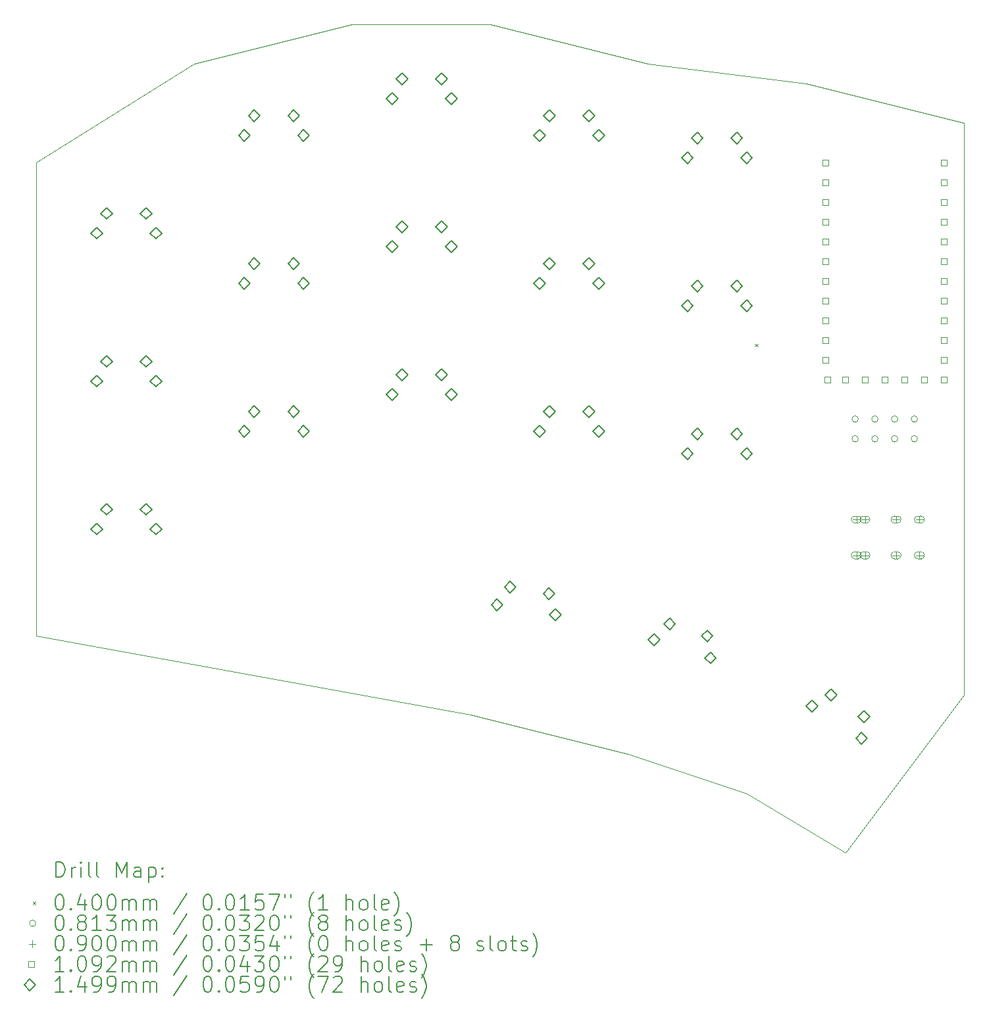
<source format=gbr>
%TF.GenerationSoftware,KiCad,Pcbnew,8.0.3*%
%TF.CreationDate,2024-07-02T22:23:56+01:00*%
%TF.ProjectId,simple_split,73696d70-6c65-45f7-9370-6c69742e6b69,v1.0.0*%
%TF.SameCoordinates,Original*%
%TF.FileFunction,Drillmap*%
%TF.FilePolarity,Positive*%
%FSLAX45Y45*%
G04 Gerber Fmt 4.5, Leading zero omitted, Abs format (unit mm)*
G04 Created by KiCad (PCBNEW 8.0.3) date 2024-07-02 22:23:56*
%MOMM*%
%LPD*%
G01*
G04 APERTURE LIST*
%ADD10C,0.050000*%
%ADD11C,0.200000*%
%ADD12C,0.100000*%
%ADD13C,0.109220*%
%ADD14C,0.149860*%
G04 APERTURE END LIST*
D10*
X14986000Y-6858000D02*
X17018000Y-7112000D01*
X19050000Y-7620000D01*
X19050000Y-14986000D01*
X17526000Y-17018000D01*
X16256000Y-16256000D01*
X14732000Y-15748000D01*
X12700000Y-15240000D01*
X7112000Y-14224000D01*
X7112000Y-8128000D01*
X9144000Y-6858000D01*
X11176000Y-6350000D01*
X12954000Y-6350000D01*
X14986000Y-6858000D01*
D11*
D12*
X16361840Y-10458730D02*
X16401840Y-10498730D01*
X16401840Y-10458730D02*
X16361840Y-10498730D01*
X17693640Y-11430000D02*
G75*
G02*
X17612360Y-11430000I-40640J0D01*
G01*
X17612360Y-11430000D02*
G75*
G02*
X17693640Y-11430000I40640J0D01*
G01*
X17693640Y-11684000D02*
G75*
G02*
X17612360Y-11684000I-40640J0D01*
G01*
X17612360Y-11684000D02*
G75*
G02*
X17693640Y-11684000I40640J0D01*
G01*
X17947640Y-11430000D02*
G75*
G02*
X17866360Y-11430000I-40640J0D01*
G01*
X17866360Y-11430000D02*
G75*
G02*
X17947640Y-11430000I40640J0D01*
G01*
X17947640Y-11684000D02*
G75*
G02*
X17866360Y-11684000I-40640J0D01*
G01*
X17866360Y-11684000D02*
G75*
G02*
X17947640Y-11684000I40640J0D01*
G01*
X18201640Y-11430000D02*
G75*
G02*
X18120360Y-11430000I-40640J0D01*
G01*
X18120360Y-11430000D02*
G75*
G02*
X18201640Y-11430000I40640J0D01*
G01*
X18201640Y-11684000D02*
G75*
G02*
X18120360Y-11684000I-40640J0D01*
G01*
X18120360Y-11684000D02*
G75*
G02*
X18201640Y-11684000I40640J0D01*
G01*
X18455640Y-11430000D02*
G75*
G02*
X18374360Y-11430000I-40640J0D01*
G01*
X18374360Y-11430000D02*
G75*
G02*
X18455640Y-11430000I40640J0D01*
G01*
X18455640Y-11684000D02*
G75*
G02*
X18374360Y-11684000I-40640J0D01*
G01*
X18374360Y-11684000D02*
G75*
G02*
X18455640Y-11684000I40640J0D01*
G01*
X17669250Y-12679000D02*
X17669250Y-12769000D01*
X17624250Y-12724000D02*
X17714250Y-12724000D01*
X17689250Y-12679000D02*
X17649250Y-12679000D01*
X17649250Y-12769000D02*
G75*
G02*
X17649250Y-12679000I0J45000D01*
G01*
X17649250Y-12769000D02*
X17689250Y-12769000D01*
X17689250Y-12769000D02*
G75*
G03*
X17689250Y-12679000I0J45000D01*
G01*
X17669250Y-13139000D02*
X17669250Y-13229000D01*
X17624250Y-13184000D02*
X17714250Y-13184000D01*
X17649250Y-13229000D02*
X17689250Y-13229000D01*
X17689250Y-13139000D02*
G75*
G02*
X17689250Y-13229000I0J-45000D01*
G01*
X17689250Y-13139000D02*
X17649250Y-13139000D01*
X17649250Y-13139000D02*
G75*
G03*
X17649250Y-13229000I0J-45000D01*
G01*
X17779250Y-12679000D02*
X17779250Y-12769000D01*
X17734250Y-12724000D02*
X17824250Y-12724000D01*
X17759250Y-12769000D02*
X17799250Y-12769000D01*
X17799250Y-12679000D02*
G75*
G02*
X17799250Y-12769000I0J-45000D01*
G01*
X17799250Y-12679000D02*
X17759250Y-12679000D01*
X17759250Y-12679000D02*
G75*
G03*
X17759250Y-12769000I0J-45000D01*
G01*
X17779250Y-13139000D02*
X17779250Y-13229000D01*
X17734250Y-13184000D02*
X17824250Y-13184000D01*
X17799250Y-13139000D02*
X17759250Y-13139000D01*
X17759250Y-13229000D02*
G75*
G02*
X17759250Y-13139000I0J45000D01*
G01*
X17759250Y-13229000D02*
X17799250Y-13229000D01*
X17799250Y-13229000D02*
G75*
G03*
X17799250Y-13139000I0J45000D01*
G01*
X18179250Y-12679000D02*
X18179250Y-12769000D01*
X18134250Y-12724000D02*
X18224250Y-12724000D01*
X18159250Y-12769000D02*
X18199250Y-12769000D01*
X18199250Y-12679000D02*
G75*
G02*
X18199250Y-12769000I0J-45000D01*
G01*
X18199250Y-12679000D02*
X18159250Y-12679000D01*
X18159250Y-12679000D02*
G75*
G03*
X18159250Y-12769000I0J-45000D01*
G01*
X18179250Y-13139000D02*
X18179250Y-13229000D01*
X18134250Y-13184000D02*
X18224250Y-13184000D01*
X18199250Y-13139000D02*
X18159250Y-13139000D01*
X18159250Y-13229000D02*
G75*
G02*
X18159250Y-13139000I0J45000D01*
G01*
X18159250Y-13229000D02*
X18199250Y-13229000D01*
X18199250Y-13229000D02*
G75*
G03*
X18199250Y-13139000I0J45000D01*
G01*
X18479250Y-12679000D02*
X18479250Y-12769000D01*
X18434250Y-12724000D02*
X18524250Y-12724000D01*
X18459250Y-12769000D02*
X18499250Y-12769000D01*
X18499250Y-12679000D02*
G75*
G02*
X18499250Y-12769000I0J-45000D01*
G01*
X18499250Y-12679000D02*
X18459250Y-12679000D01*
X18459250Y-12679000D02*
G75*
G03*
X18459250Y-12769000I0J-45000D01*
G01*
X18479250Y-13139000D02*
X18479250Y-13229000D01*
X18434250Y-13184000D02*
X18524250Y-13184000D01*
X18499250Y-13139000D02*
X18459250Y-13139000D01*
X18459250Y-13229000D02*
G75*
G02*
X18459250Y-13139000I0J45000D01*
G01*
X18459250Y-13229000D02*
X18499250Y-13229000D01*
X18499250Y-13229000D02*
G75*
G03*
X18499250Y-13139000I0J45000D01*
G01*
D13*
X17310616Y-8166615D02*
X17310616Y-8089384D01*
X17233385Y-8089384D01*
X17233385Y-8166615D01*
X17310616Y-8166615D01*
X17310616Y-8420616D02*
X17310616Y-8343384D01*
X17233385Y-8343384D01*
X17233385Y-8420616D01*
X17310616Y-8420616D01*
X17310616Y-8674616D02*
X17310616Y-8597385D01*
X17233385Y-8597385D01*
X17233385Y-8674616D01*
X17310616Y-8674616D01*
X17310616Y-8928616D02*
X17310616Y-8851385D01*
X17233385Y-8851385D01*
X17233385Y-8928616D01*
X17310616Y-8928616D01*
X17310616Y-9182616D02*
X17310616Y-9105385D01*
X17233385Y-9105385D01*
X17233385Y-9182616D01*
X17310616Y-9182616D01*
X17310616Y-9436616D02*
X17310616Y-9359385D01*
X17233385Y-9359385D01*
X17233385Y-9436616D01*
X17310616Y-9436616D01*
X17310616Y-9690616D02*
X17310616Y-9613385D01*
X17233385Y-9613385D01*
X17233385Y-9690616D01*
X17310616Y-9690616D01*
X17310616Y-9944616D02*
X17310616Y-9867385D01*
X17233385Y-9867385D01*
X17233385Y-9944616D01*
X17310616Y-9944616D01*
X17310616Y-10198616D02*
X17310616Y-10121385D01*
X17233385Y-10121385D01*
X17233385Y-10198616D01*
X17310616Y-10198616D01*
X17310616Y-10452616D02*
X17310616Y-10375385D01*
X17233385Y-10375385D01*
X17233385Y-10452616D01*
X17310616Y-10452616D01*
X17310616Y-10706616D02*
X17310616Y-10629385D01*
X17233385Y-10629385D01*
X17233385Y-10706616D01*
X17310616Y-10706616D01*
X17333476Y-10960616D02*
X17333476Y-10883385D01*
X17256245Y-10883385D01*
X17256245Y-10960616D01*
X17333476Y-10960616D01*
X17564616Y-10960616D02*
X17564616Y-10883385D01*
X17487385Y-10883385D01*
X17487385Y-10960616D01*
X17564616Y-10960616D01*
X17818616Y-10960616D02*
X17818616Y-10883385D01*
X17741385Y-10883385D01*
X17741385Y-10960616D01*
X17818616Y-10960616D01*
X18072616Y-10960616D02*
X18072616Y-10883385D01*
X17995385Y-10883385D01*
X17995385Y-10960616D01*
X18072616Y-10960616D01*
X18326616Y-10960616D02*
X18326616Y-10883385D01*
X18249385Y-10883385D01*
X18249385Y-10960616D01*
X18326616Y-10960616D01*
X18580616Y-10960616D02*
X18580616Y-10883385D01*
X18503385Y-10883385D01*
X18503385Y-10960616D01*
X18580616Y-10960616D01*
X18834616Y-8166615D02*
X18834616Y-8089384D01*
X18757385Y-8089384D01*
X18757385Y-8166615D01*
X18834616Y-8166615D01*
X18834616Y-8420616D02*
X18834616Y-8343384D01*
X18757385Y-8343384D01*
X18757385Y-8420616D01*
X18834616Y-8420616D01*
X18834616Y-8674616D02*
X18834616Y-8597385D01*
X18757385Y-8597385D01*
X18757385Y-8674616D01*
X18834616Y-8674616D01*
X18834616Y-8928616D02*
X18834616Y-8851385D01*
X18757385Y-8851385D01*
X18757385Y-8928616D01*
X18834616Y-8928616D01*
X18834616Y-9182616D02*
X18834616Y-9105385D01*
X18757385Y-9105385D01*
X18757385Y-9182616D01*
X18834616Y-9182616D01*
X18834616Y-9436616D02*
X18834616Y-9359385D01*
X18757385Y-9359385D01*
X18757385Y-9436616D01*
X18834616Y-9436616D01*
X18834616Y-9690616D02*
X18834616Y-9613385D01*
X18757385Y-9613385D01*
X18757385Y-9690616D01*
X18834616Y-9690616D01*
X18834616Y-9944616D02*
X18834616Y-9867385D01*
X18757385Y-9867385D01*
X18757385Y-9944616D01*
X18834616Y-9944616D01*
X18834616Y-10198616D02*
X18834616Y-10121385D01*
X18757385Y-10121385D01*
X18757385Y-10198616D01*
X18834616Y-10198616D01*
X18834616Y-10452616D02*
X18834616Y-10375385D01*
X18757385Y-10375385D01*
X18757385Y-10452616D01*
X18834616Y-10452616D01*
X18834616Y-10706616D02*
X18834616Y-10629385D01*
X18757385Y-10629385D01*
X18757385Y-10706616D01*
X18834616Y-10706616D01*
X18834616Y-10960616D02*
X18834616Y-10883385D01*
X18757385Y-10883385D01*
X18757385Y-10960616D01*
X18834616Y-10960616D01*
D14*
X7894000Y-9110980D02*
X7968930Y-9036050D01*
X7894000Y-8961120D01*
X7819070Y-9036050D01*
X7894000Y-9110980D01*
X7894000Y-11015980D02*
X7968930Y-10941050D01*
X7894000Y-10866120D01*
X7819070Y-10941050D01*
X7894000Y-11015980D01*
X7894000Y-12920980D02*
X7968930Y-12846050D01*
X7894000Y-12771120D01*
X7819070Y-12846050D01*
X7894000Y-12920980D01*
X8021000Y-8856980D02*
X8095930Y-8782050D01*
X8021000Y-8707120D01*
X7946070Y-8782050D01*
X8021000Y-8856980D01*
X8021000Y-10761980D02*
X8095930Y-10687050D01*
X8021000Y-10612120D01*
X7946070Y-10687050D01*
X8021000Y-10761980D01*
X8021000Y-12666980D02*
X8095930Y-12592050D01*
X8021000Y-12517120D01*
X7946070Y-12592050D01*
X8021000Y-12666980D01*
X8529000Y-8856980D02*
X8603930Y-8782050D01*
X8529000Y-8707120D01*
X8454070Y-8782050D01*
X8529000Y-8856980D01*
X8529000Y-10761980D02*
X8603930Y-10687050D01*
X8529000Y-10612120D01*
X8454070Y-10687050D01*
X8529000Y-10761980D01*
X8529000Y-12666980D02*
X8603930Y-12592050D01*
X8529000Y-12517120D01*
X8454070Y-12592050D01*
X8529000Y-12666980D01*
X8656000Y-9110980D02*
X8730930Y-9036050D01*
X8656000Y-8961120D01*
X8581070Y-9036050D01*
X8656000Y-9110980D01*
X8656000Y-11015980D02*
X8730930Y-10941050D01*
X8656000Y-10866120D01*
X8581070Y-10941050D01*
X8656000Y-11015980D01*
X8656000Y-12920980D02*
X8730930Y-12846050D01*
X8656000Y-12771120D01*
X8581070Y-12846050D01*
X8656000Y-12920980D01*
X9794000Y-7853680D02*
X9868930Y-7778750D01*
X9794000Y-7703820D01*
X9719070Y-7778750D01*
X9794000Y-7853680D01*
X9794000Y-9758680D02*
X9868930Y-9683750D01*
X9794000Y-9608820D01*
X9719070Y-9683750D01*
X9794000Y-9758680D01*
X9794000Y-11663680D02*
X9868930Y-11588750D01*
X9794000Y-11513820D01*
X9719070Y-11588750D01*
X9794000Y-11663680D01*
X9921000Y-7599680D02*
X9995930Y-7524750D01*
X9921000Y-7449820D01*
X9846070Y-7524750D01*
X9921000Y-7599680D01*
X9921000Y-9504680D02*
X9995930Y-9429750D01*
X9921000Y-9354820D01*
X9846070Y-9429750D01*
X9921000Y-9504680D01*
X9921000Y-11409680D02*
X9995930Y-11334750D01*
X9921000Y-11259820D01*
X9846070Y-11334750D01*
X9921000Y-11409680D01*
X10429000Y-7599680D02*
X10503930Y-7524750D01*
X10429000Y-7449820D01*
X10354070Y-7524750D01*
X10429000Y-7599680D01*
X10429000Y-9504680D02*
X10503930Y-9429750D01*
X10429000Y-9354820D01*
X10354070Y-9429750D01*
X10429000Y-9504680D01*
X10429000Y-11409680D02*
X10503930Y-11334750D01*
X10429000Y-11259820D01*
X10354070Y-11334750D01*
X10429000Y-11409680D01*
X10556000Y-7853680D02*
X10630930Y-7778750D01*
X10556000Y-7703820D01*
X10481070Y-7778750D01*
X10556000Y-7853680D01*
X10556000Y-9758680D02*
X10630930Y-9683750D01*
X10556000Y-9608820D01*
X10481070Y-9683750D01*
X10556000Y-9758680D01*
X10556000Y-11663680D02*
X10630930Y-11588750D01*
X10556000Y-11513820D01*
X10481070Y-11588750D01*
X10556000Y-11663680D01*
X11694000Y-7377430D02*
X11768930Y-7302500D01*
X11694000Y-7227570D01*
X11619070Y-7302500D01*
X11694000Y-7377430D01*
X11694000Y-9282430D02*
X11768930Y-9207500D01*
X11694000Y-9132570D01*
X11619070Y-9207500D01*
X11694000Y-9282430D01*
X11694000Y-11187430D02*
X11768930Y-11112500D01*
X11694000Y-11037570D01*
X11619070Y-11112500D01*
X11694000Y-11187430D01*
X11821000Y-7123430D02*
X11895930Y-7048500D01*
X11821000Y-6973570D01*
X11746070Y-7048500D01*
X11821000Y-7123430D01*
X11821000Y-9028430D02*
X11895930Y-8953500D01*
X11821000Y-8878570D01*
X11746070Y-8953500D01*
X11821000Y-9028430D01*
X11821000Y-10933430D02*
X11895930Y-10858500D01*
X11821000Y-10783570D01*
X11746070Y-10858500D01*
X11821000Y-10933430D01*
X12329000Y-7123430D02*
X12403930Y-7048500D01*
X12329000Y-6973570D01*
X12254070Y-7048500D01*
X12329000Y-7123430D01*
X12329000Y-9028430D02*
X12403930Y-8953500D01*
X12329000Y-8878570D01*
X12254070Y-8953500D01*
X12329000Y-9028430D01*
X12329000Y-10933430D02*
X12403930Y-10858500D01*
X12329000Y-10783570D01*
X12254070Y-10858500D01*
X12329000Y-10933430D01*
X12456000Y-7377430D02*
X12530930Y-7302500D01*
X12456000Y-7227570D01*
X12381070Y-7302500D01*
X12456000Y-7377430D01*
X12456000Y-9282430D02*
X12530930Y-9207500D01*
X12456000Y-9132570D01*
X12381070Y-9207500D01*
X12456000Y-9282430D01*
X12456000Y-11187430D02*
X12530930Y-11112500D01*
X12456000Y-11037570D01*
X12381070Y-11112500D01*
X12456000Y-11187430D01*
X13045495Y-13895389D02*
X13120425Y-13820459D01*
X13045495Y-13745529D01*
X12970565Y-13820459D01*
X13045495Y-13895389D01*
X13214672Y-13667301D02*
X13289602Y-13592371D01*
X13214672Y-13517441D01*
X13139742Y-13592371D01*
X13214672Y-13667301D01*
X13594000Y-7853680D02*
X13668930Y-7778750D01*
X13594000Y-7703820D01*
X13519070Y-7778750D01*
X13594000Y-7853680D01*
X13594000Y-9758680D02*
X13668930Y-9683750D01*
X13594000Y-9608820D01*
X13519070Y-9683750D01*
X13594000Y-9758680D01*
X13594000Y-11663680D02*
X13668930Y-11588750D01*
X13594000Y-11513820D01*
X13519070Y-11588750D01*
X13594000Y-11663680D01*
X13714954Y-13755514D02*
X13789884Y-13680584D01*
X13714954Y-13605654D01*
X13640024Y-13680584D01*
X13714954Y-13755514D01*
X13721000Y-7599680D02*
X13795930Y-7524750D01*
X13721000Y-7449820D01*
X13646070Y-7524750D01*
X13721000Y-7599680D01*
X13721000Y-9504680D02*
X13795930Y-9429750D01*
X13721000Y-9354820D01*
X13646070Y-9429750D01*
X13721000Y-9504680D01*
X13721000Y-11409680D02*
X13795930Y-11334750D01*
X13721000Y-11259820D01*
X13646070Y-11334750D01*
X13721000Y-11409680D01*
X13795918Y-14027709D02*
X13870848Y-13952779D01*
X13795918Y-13877849D01*
X13720988Y-13952779D01*
X13795918Y-14027709D01*
X14229000Y-7599680D02*
X14303930Y-7524750D01*
X14229000Y-7449820D01*
X14154070Y-7524750D01*
X14229000Y-7599680D01*
X14229000Y-9504680D02*
X14303930Y-9429750D01*
X14229000Y-9354820D01*
X14154070Y-9429750D01*
X14229000Y-9504680D01*
X14229000Y-11409680D02*
X14303930Y-11334750D01*
X14229000Y-11259820D01*
X14154070Y-11334750D01*
X14229000Y-11409680D01*
X14356000Y-7853680D02*
X14430930Y-7778750D01*
X14356000Y-7703820D01*
X14281070Y-7778750D01*
X14356000Y-7853680D01*
X14356000Y-9758680D02*
X14430930Y-9683750D01*
X14356000Y-9608820D01*
X14281070Y-9683750D01*
X14356000Y-9758680D01*
X14356000Y-11663680D02*
X14430930Y-11588750D01*
X14356000Y-11513820D01*
X14281070Y-11588750D01*
X14356000Y-11663680D01*
X15065588Y-14344276D02*
X15140518Y-14269346D01*
X15065588Y-14194416D01*
X14990658Y-14269346D01*
X15065588Y-14344276D01*
X15264862Y-14141953D02*
X15339792Y-14067023D01*
X15264862Y-13992093D01*
X15189932Y-14067023D01*
X15264862Y-14141953D01*
X15494000Y-8139430D02*
X15568930Y-8064500D01*
X15494000Y-7989570D01*
X15419070Y-8064500D01*
X15494000Y-8139430D01*
X15494000Y-10044430D02*
X15568930Y-9969500D01*
X15494000Y-9894570D01*
X15419070Y-9969500D01*
X15494000Y-10044430D01*
X15494000Y-11949430D02*
X15568930Y-11874500D01*
X15494000Y-11799570D01*
X15419070Y-11874500D01*
X15494000Y-11949430D01*
X15621000Y-7885430D02*
X15695930Y-7810500D01*
X15621000Y-7735570D01*
X15546070Y-7810500D01*
X15621000Y-7885430D01*
X15621000Y-9790430D02*
X15695930Y-9715500D01*
X15621000Y-9640570D01*
X15546070Y-9715500D01*
X15621000Y-9790430D01*
X15621000Y-11695430D02*
X15695930Y-11620500D01*
X15621000Y-11545570D01*
X15546070Y-11620500D01*
X15621000Y-11695430D01*
X15747999Y-14298934D02*
X15822929Y-14224004D01*
X15747999Y-14149074D01*
X15673069Y-14224004D01*
X15747999Y-14298934D01*
X15790293Y-14579747D02*
X15865223Y-14504817D01*
X15790293Y-14429887D01*
X15715363Y-14504817D01*
X15790293Y-14579747D01*
X16129000Y-7885430D02*
X16203930Y-7810500D01*
X16129000Y-7735570D01*
X16054070Y-7810500D01*
X16129000Y-7885430D01*
X16129000Y-9790430D02*
X16203930Y-9715500D01*
X16129000Y-9640570D01*
X16054070Y-9715500D01*
X16129000Y-9790430D01*
X16129000Y-11695430D02*
X16203930Y-11620500D01*
X16129000Y-11545570D01*
X16054070Y-11620500D01*
X16129000Y-11695430D01*
X16256000Y-8139430D02*
X16330930Y-8064500D01*
X16256000Y-7989570D01*
X16181070Y-8064500D01*
X16256000Y-8139430D01*
X16256000Y-10044430D02*
X16330930Y-9969500D01*
X16256000Y-9894570D01*
X16181070Y-9969500D01*
X16256000Y-10044430D01*
X16256000Y-11949430D02*
X16330930Y-11874500D01*
X16256000Y-11799570D01*
X16181070Y-11874500D01*
X16256000Y-11949430D01*
X17097405Y-15203200D02*
X17172335Y-15128270D01*
X17097405Y-15053340D01*
X17022475Y-15128270D01*
X17097405Y-15203200D01*
X17342254Y-15059347D02*
X17417184Y-14984417D01*
X17342254Y-14909487D01*
X17267324Y-14984417D01*
X17342254Y-15059347D01*
X17736472Y-15618215D02*
X17811402Y-15543285D01*
X17736472Y-15468355D01*
X17661542Y-15543285D01*
X17736472Y-15618215D01*
X17768299Y-15336024D02*
X17843229Y-15261094D01*
X17768299Y-15186164D01*
X17693369Y-15261094D01*
X17768299Y-15336024D01*
D11*
X7370277Y-17331984D02*
X7370277Y-17131984D01*
X7370277Y-17131984D02*
X7417896Y-17131984D01*
X7417896Y-17131984D02*
X7446467Y-17141508D01*
X7446467Y-17141508D02*
X7465515Y-17160555D01*
X7465515Y-17160555D02*
X7475039Y-17179603D01*
X7475039Y-17179603D02*
X7484562Y-17217698D01*
X7484562Y-17217698D02*
X7484562Y-17246270D01*
X7484562Y-17246270D02*
X7475039Y-17284365D01*
X7475039Y-17284365D02*
X7465515Y-17303412D01*
X7465515Y-17303412D02*
X7446467Y-17322460D01*
X7446467Y-17322460D02*
X7417896Y-17331984D01*
X7417896Y-17331984D02*
X7370277Y-17331984D01*
X7570277Y-17331984D02*
X7570277Y-17198650D01*
X7570277Y-17236746D02*
X7579801Y-17217698D01*
X7579801Y-17217698D02*
X7589324Y-17208174D01*
X7589324Y-17208174D02*
X7608372Y-17198650D01*
X7608372Y-17198650D02*
X7627420Y-17198650D01*
X7694086Y-17331984D02*
X7694086Y-17198650D01*
X7694086Y-17131984D02*
X7684562Y-17141508D01*
X7684562Y-17141508D02*
X7694086Y-17151031D01*
X7694086Y-17151031D02*
X7703610Y-17141508D01*
X7703610Y-17141508D02*
X7694086Y-17131984D01*
X7694086Y-17131984D02*
X7694086Y-17151031D01*
X7817896Y-17331984D02*
X7798848Y-17322460D01*
X7798848Y-17322460D02*
X7789324Y-17303412D01*
X7789324Y-17303412D02*
X7789324Y-17131984D01*
X7922658Y-17331984D02*
X7903610Y-17322460D01*
X7903610Y-17322460D02*
X7894086Y-17303412D01*
X7894086Y-17303412D02*
X7894086Y-17131984D01*
X8151229Y-17331984D02*
X8151229Y-17131984D01*
X8151229Y-17131984D02*
X8217896Y-17274841D01*
X8217896Y-17274841D02*
X8284562Y-17131984D01*
X8284562Y-17131984D02*
X8284562Y-17331984D01*
X8465515Y-17331984D02*
X8465515Y-17227222D01*
X8465515Y-17227222D02*
X8455991Y-17208174D01*
X8455991Y-17208174D02*
X8436944Y-17198650D01*
X8436944Y-17198650D02*
X8398848Y-17198650D01*
X8398848Y-17198650D02*
X8379801Y-17208174D01*
X8465515Y-17322460D02*
X8446467Y-17331984D01*
X8446467Y-17331984D02*
X8398848Y-17331984D01*
X8398848Y-17331984D02*
X8379801Y-17322460D01*
X8379801Y-17322460D02*
X8370277Y-17303412D01*
X8370277Y-17303412D02*
X8370277Y-17284365D01*
X8370277Y-17284365D02*
X8379801Y-17265317D01*
X8379801Y-17265317D02*
X8398848Y-17255793D01*
X8398848Y-17255793D02*
X8446467Y-17255793D01*
X8446467Y-17255793D02*
X8465515Y-17246270D01*
X8560753Y-17198650D02*
X8560753Y-17398650D01*
X8560753Y-17208174D02*
X8579801Y-17198650D01*
X8579801Y-17198650D02*
X8617896Y-17198650D01*
X8617896Y-17198650D02*
X8636944Y-17208174D01*
X8636944Y-17208174D02*
X8646467Y-17217698D01*
X8646467Y-17217698D02*
X8655991Y-17236746D01*
X8655991Y-17236746D02*
X8655991Y-17293889D01*
X8655991Y-17293889D02*
X8646467Y-17312936D01*
X8646467Y-17312936D02*
X8636944Y-17322460D01*
X8636944Y-17322460D02*
X8617896Y-17331984D01*
X8617896Y-17331984D02*
X8579801Y-17331984D01*
X8579801Y-17331984D02*
X8560753Y-17322460D01*
X8741705Y-17312936D02*
X8751229Y-17322460D01*
X8751229Y-17322460D02*
X8741705Y-17331984D01*
X8741705Y-17331984D02*
X8732182Y-17322460D01*
X8732182Y-17322460D02*
X8741705Y-17312936D01*
X8741705Y-17312936D02*
X8741705Y-17331984D01*
X8741705Y-17208174D02*
X8751229Y-17217698D01*
X8751229Y-17217698D02*
X8741705Y-17227222D01*
X8741705Y-17227222D02*
X8732182Y-17217698D01*
X8732182Y-17217698D02*
X8741705Y-17208174D01*
X8741705Y-17208174D02*
X8741705Y-17227222D01*
D12*
X7069500Y-17640500D02*
X7109500Y-17680500D01*
X7109500Y-17640500D02*
X7069500Y-17680500D01*
D11*
X7408372Y-17551984D02*
X7427420Y-17551984D01*
X7427420Y-17551984D02*
X7446467Y-17561508D01*
X7446467Y-17561508D02*
X7455991Y-17571031D01*
X7455991Y-17571031D02*
X7465515Y-17590079D01*
X7465515Y-17590079D02*
X7475039Y-17628174D01*
X7475039Y-17628174D02*
X7475039Y-17675793D01*
X7475039Y-17675793D02*
X7465515Y-17713889D01*
X7465515Y-17713889D02*
X7455991Y-17732936D01*
X7455991Y-17732936D02*
X7446467Y-17742460D01*
X7446467Y-17742460D02*
X7427420Y-17751984D01*
X7427420Y-17751984D02*
X7408372Y-17751984D01*
X7408372Y-17751984D02*
X7389324Y-17742460D01*
X7389324Y-17742460D02*
X7379801Y-17732936D01*
X7379801Y-17732936D02*
X7370277Y-17713889D01*
X7370277Y-17713889D02*
X7360753Y-17675793D01*
X7360753Y-17675793D02*
X7360753Y-17628174D01*
X7360753Y-17628174D02*
X7370277Y-17590079D01*
X7370277Y-17590079D02*
X7379801Y-17571031D01*
X7379801Y-17571031D02*
X7389324Y-17561508D01*
X7389324Y-17561508D02*
X7408372Y-17551984D01*
X7560753Y-17732936D02*
X7570277Y-17742460D01*
X7570277Y-17742460D02*
X7560753Y-17751984D01*
X7560753Y-17751984D02*
X7551229Y-17742460D01*
X7551229Y-17742460D02*
X7560753Y-17732936D01*
X7560753Y-17732936D02*
X7560753Y-17751984D01*
X7741705Y-17618650D02*
X7741705Y-17751984D01*
X7694086Y-17542460D02*
X7646467Y-17685317D01*
X7646467Y-17685317D02*
X7770277Y-17685317D01*
X7884562Y-17551984D02*
X7903610Y-17551984D01*
X7903610Y-17551984D02*
X7922658Y-17561508D01*
X7922658Y-17561508D02*
X7932182Y-17571031D01*
X7932182Y-17571031D02*
X7941705Y-17590079D01*
X7941705Y-17590079D02*
X7951229Y-17628174D01*
X7951229Y-17628174D02*
X7951229Y-17675793D01*
X7951229Y-17675793D02*
X7941705Y-17713889D01*
X7941705Y-17713889D02*
X7932182Y-17732936D01*
X7932182Y-17732936D02*
X7922658Y-17742460D01*
X7922658Y-17742460D02*
X7903610Y-17751984D01*
X7903610Y-17751984D02*
X7884562Y-17751984D01*
X7884562Y-17751984D02*
X7865515Y-17742460D01*
X7865515Y-17742460D02*
X7855991Y-17732936D01*
X7855991Y-17732936D02*
X7846467Y-17713889D01*
X7846467Y-17713889D02*
X7836943Y-17675793D01*
X7836943Y-17675793D02*
X7836943Y-17628174D01*
X7836943Y-17628174D02*
X7846467Y-17590079D01*
X7846467Y-17590079D02*
X7855991Y-17571031D01*
X7855991Y-17571031D02*
X7865515Y-17561508D01*
X7865515Y-17561508D02*
X7884562Y-17551984D01*
X8075039Y-17551984D02*
X8094086Y-17551984D01*
X8094086Y-17551984D02*
X8113134Y-17561508D01*
X8113134Y-17561508D02*
X8122658Y-17571031D01*
X8122658Y-17571031D02*
X8132182Y-17590079D01*
X8132182Y-17590079D02*
X8141705Y-17628174D01*
X8141705Y-17628174D02*
X8141705Y-17675793D01*
X8141705Y-17675793D02*
X8132182Y-17713889D01*
X8132182Y-17713889D02*
X8122658Y-17732936D01*
X8122658Y-17732936D02*
X8113134Y-17742460D01*
X8113134Y-17742460D02*
X8094086Y-17751984D01*
X8094086Y-17751984D02*
X8075039Y-17751984D01*
X8075039Y-17751984D02*
X8055991Y-17742460D01*
X8055991Y-17742460D02*
X8046467Y-17732936D01*
X8046467Y-17732936D02*
X8036943Y-17713889D01*
X8036943Y-17713889D02*
X8027420Y-17675793D01*
X8027420Y-17675793D02*
X8027420Y-17628174D01*
X8027420Y-17628174D02*
X8036943Y-17590079D01*
X8036943Y-17590079D02*
X8046467Y-17571031D01*
X8046467Y-17571031D02*
X8055991Y-17561508D01*
X8055991Y-17561508D02*
X8075039Y-17551984D01*
X8227420Y-17751984D02*
X8227420Y-17618650D01*
X8227420Y-17637698D02*
X8236943Y-17628174D01*
X8236943Y-17628174D02*
X8255991Y-17618650D01*
X8255991Y-17618650D02*
X8284563Y-17618650D01*
X8284563Y-17618650D02*
X8303610Y-17628174D01*
X8303610Y-17628174D02*
X8313134Y-17647222D01*
X8313134Y-17647222D02*
X8313134Y-17751984D01*
X8313134Y-17647222D02*
X8322658Y-17628174D01*
X8322658Y-17628174D02*
X8341705Y-17618650D01*
X8341705Y-17618650D02*
X8370277Y-17618650D01*
X8370277Y-17618650D02*
X8389325Y-17628174D01*
X8389325Y-17628174D02*
X8398848Y-17647222D01*
X8398848Y-17647222D02*
X8398848Y-17751984D01*
X8494086Y-17751984D02*
X8494086Y-17618650D01*
X8494086Y-17637698D02*
X8503610Y-17628174D01*
X8503610Y-17628174D02*
X8522658Y-17618650D01*
X8522658Y-17618650D02*
X8551229Y-17618650D01*
X8551229Y-17618650D02*
X8570277Y-17628174D01*
X8570277Y-17628174D02*
X8579801Y-17647222D01*
X8579801Y-17647222D02*
X8579801Y-17751984D01*
X8579801Y-17647222D02*
X8589325Y-17628174D01*
X8589325Y-17628174D02*
X8608372Y-17618650D01*
X8608372Y-17618650D02*
X8636944Y-17618650D01*
X8636944Y-17618650D02*
X8655991Y-17628174D01*
X8655991Y-17628174D02*
X8665515Y-17647222D01*
X8665515Y-17647222D02*
X8665515Y-17751984D01*
X9055991Y-17542460D02*
X8884563Y-17799603D01*
X9313134Y-17551984D02*
X9332182Y-17551984D01*
X9332182Y-17551984D02*
X9351229Y-17561508D01*
X9351229Y-17561508D02*
X9360753Y-17571031D01*
X9360753Y-17571031D02*
X9370277Y-17590079D01*
X9370277Y-17590079D02*
X9379801Y-17628174D01*
X9379801Y-17628174D02*
X9379801Y-17675793D01*
X9379801Y-17675793D02*
X9370277Y-17713889D01*
X9370277Y-17713889D02*
X9360753Y-17732936D01*
X9360753Y-17732936D02*
X9351229Y-17742460D01*
X9351229Y-17742460D02*
X9332182Y-17751984D01*
X9332182Y-17751984D02*
X9313134Y-17751984D01*
X9313134Y-17751984D02*
X9294087Y-17742460D01*
X9294087Y-17742460D02*
X9284563Y-17732936D01*
X9284563Y-17732936D02*
X9275039Y-17713889D01*
X9275039Y-17713889D02*
X9265515Y-17675793D01*
X9265515Y-17675793D02*
X9265515Y-17628174D01*
X9265515Y-17628174D02*
X9275039Y-17590079D01*
X9275039Y-17590079D02*
X9284563Y-17571031D01*
X9284563Y-17571031D02*
X9294087Y-17561508D01*
X9294087Y-17561508D02*
X9313134Y-17551984D01*
X9465515Y-17732936D02*
X9475039Y-17742460D01*
X9475039Y-17742460D02*
X9465515Y-17751984D01*
X9465515Y-17751984D02*
X9455991Y-17742460D01*
X9455991Y-17742460D02*
X9465515Y-17732936D01*
X9465515Y-17732936D02*
X9465515Y-17751984D01*
X9598848Y-17551984D02*
X9617896Y-17551984D01*
X9617896Y-17551984D02*
X9636944Y-17561508D01*
X9636944Y-17561508D02*
X9646468Y-17571031D01*
X9646468Y-17571031D02*
X9655991Y-17590079D01*
X9655991Y-17590079D02*
X9665515Y-17628174D01*
X9665515Y-17628174D02*
X9665515Y-17675793D01*
X9665515Y-17675793D02*
X9655991Y-17713889D01*
X9655991Y-17713889D02*
X9646468Y-17732936D01*
X9646468Y-17732936D02*
X9636944Y-17742460D01*
X9636944Y-17742460D02*
X9617896Y-17751984D01*
X9617896Y-17751984D02*
X9598848Y-17751984D01*
X9598848Y-17751984D02*
X9579801Y-17742460D01*
X9579801Y-17742460D02*
X9570277Y-17732936D01*
X9570277Y-17732936D02*
X9560753Y-17713889D01*
X9560753Y-17713889D02*
X9551229Y-17675793D01*
X9551229Y-17675793D02*
X9551229Y-17628174D01*
X9551229Y-17628174D02*
X9560753Y-17590079D01*
X9560753Y-17590079D02*
X9570277Y-17571031D01*
X9570277Y-17571031D02*
X9579801Y-17561508D01*
X9579801Y-17561508D02*
X9598848Y-17551984D01*
X9855991Y-17751984D02*
X9741706Y-17751984D01*
X9798848Y-17751984D02*
X9798848Y-17551984D01*
X9798848Y-17551984D02*
X9779801Y-17580555D01*
X9779801Y-17580555D02*
X9760753Y-17599603D01*
X9760753Y-17599603D02*
X9741706Y-17609127D01*
X10036944Y-17551984D02*
X9941706Y-17551984D01*
X9941706Y-17551984D02*
X9932182Y-17647222D01*
X9932182Y-17647222D02*
X9941706Y-17637698D01*
X9941706Y-17637698D02*
X9960753Y-17628174D01*
X9960753Y-17628174D02*
X10008372Y-17628174D01*
X10008372Y-17628174D02*
X10027420Y-17637698D01*
X10027420Y-17637698D02*
X10036944Y-17647222D01*
X10036944Y-17647222D02*
X10046468Y-17666270D01*
X10046468Y-17666270D02*
X10046468Y-17713889D01*
X10046468Y-17713889D02*
X10036944Y-17732936D01*
X10036944Y-17732936D02*
X10027420Y-17742460D01*
X10027420Y-17742460D02*
X10008372Y-17751984D01*
X10008372Y-17751984D02*
X9960753Y-17751984D01*
X9960753Y-17751984D02*
X9941706Y-17742460D01*
X9941706Y-17742460D02*
X9932182Y-17732936D01*
X10113134Y-17551984D02*
X10246468Y-17551984D01*
X10246468Y-17551984D02*
X10160753Y-17751984D01*
X10313134Y-17551984D02*
X10313134Y-17590079D01*
X10389325Y-17551984D02*
X10389325Y-17590079D01*
X10684563Y-17828174D02*
X10675039Y-17818650D01*
X10675039Y-17818650D02*
X10655991Y-17790079D01*
X10655991Y-17790079D02*
X10646468Y-17771031D01*
X10646468Y-17771031D02*
X10636944Y-17742460D01*
X10636944Y-17742460D02*
X10627420Y-17694841D01*
X10627420Y-17694841D02*
X10627420Y-17656746D01*
X10627420Y-17656746D02*
X10636944Y-17609127D01*
X10636944Y-17609127D02*
X10646468Y-17580555D01*
X10646468Y-17580555D02*
X10655991Y-17561508D01*
X10655991Y-17561508D02*
X10675039Y-17532936D01*
X10675039Y-17532936D02*
X10684563Y-17523412D01*
X10865515Y-17751984D02*
X10751230Y-17751984D01*
X10808372Y-17751984D02*
X10808372Y-17551984D01*
X10808372Y-17551984D02*
X10789325Y-17580555D01*
X10789325Y-17580555D02*
X10770277Y-17599603D01*
X10770277Y-17599603D02*
X10751230Y-17609127D01*
X11103611Y-17751984D02*
X11103611Y-17551984D01*
X11189325Y-17751984D02*
X11189325Y-17647222D01*
X11189325Y-17647222D02*
X11179801Y-17628174D01*
X11179801Y-17628174D02*
X11160753Y-17618650D01*
X11160753Y-17618650D02*
X11132182Y-17618650D01*
X11132182Y-17618650D02*
X11113134Y-17628174D01*
X11113134Y-17628174D02*
X11103611Y-17637698D01*
X11313134Y-17751984D02*
X11294087Y-17742460D01*
X11294087Y-17742460D02*
X11284563Y-17732936D01*
X11284563Y-17732936D02*
X11275039Y-17713889D01*
X11275039Y-17713889D02*
X11275039Y-17656746D01*
X11275039Y-17656746D02*
X11284563Y-17637698D01*
X11284563Y-17637698D02*
X11294087Y-17628174D01*
X11294087Y-17628174D02*
X11313134Y-17618650D01*
X11313134Y-17618650D02*
X11341706Y-17618650D01*
X11341706Y-17618650D02*
X11360753Y-17628174D01*
X11360753Y-17628174D02*
X11370277Y-17637698D01*
X11370277Y-17637698D02*
X11379801Y-17656746D01*
X11379801Y-17656746D02*
X11379801Y-17713889D01*
X11379801Y-17713889D02*
X11370277Y-17732936D01*
X11370277Y-17732936D02*
X11360753Y-17742460D01*
X11360753Y-17742460D02*
X11341706Y-17751984D01*
X11341706Y-17751984D02*
X11313134Y-17751984D01*
X11494087Y-17751984D02*
X11475039Y-17742460D01*
X11475039Y-17742460D02*
X11465515Y-17723412D01*
X11465515Y-17723412D02*
X11465515Y-17551984D01*
X11646468Y-17742460D02*
X11627420Y-17751984D01*
X11627420Y-17751984D02*
X11589325Y-17751984D01*
X11589325Y-17751984D02*
X11570277Y-17742460D01*
X11570277Y-17742460D02*
X11560753Y-17723412D01*
X11560753Y-17723412D02*
X11560753Y-17647222D01*
X11560753Y-17647222D02*
X11570277Y-17628174D01*
X11570277Y-17628174D02*
X11589325Y-17618650D01*
X11589325Y-17618650D02*
X11627420Y-17618650D01*
X11627420Y-17618650D02*
X11646468Y-17628174D01*
X11646468Y-17628174D02*
X11655991Y-17647222D01*
X11655991Y-17647222D02*
X11655991Y-17666270D01*
X11655991Y-17666270D02*
X11560753Y-17685317D01*
X11722658Y-17828174D02*
X11732182Y-17818650D01*
X11732182Y-17818650D02*
X11751230Y-17790079D01*
X11751230Y-17790079D02*
X11760753Y-17771031D01*
X11760753Y-17771031D02*
X11770277Y-17742460D01*
X11770277Y-17742460D02*
X11779801Y-17694841D01*
X11779801Y-17694841D02*
X11779801Y-17656746D01*
X11779801Y-17656746D02*
X11770277Y-17609127D01*
X11770277Y-17609127D02*
X11760753Y-17580555D01*
X11760753Y-17580555D02*
X11751230Y-17561508D01*
X11751230Y-17561508D02*
X11732182Y-17532936D01*
X11732182Y-17532936D02*
X11722658Y-17523412D01*
D12*
X7109500Y-17924500D02*
G75*
G02*
X7028220Y-17924500I-40640J0D01*
G01*
X7028220Y-17924500D02*
G75*
G02*
X7109500Y-17924500I40640J0D01*
G01*
D11*
X7408372Y-17815984D02*
X7427420Y-17815984D01*
X7427420Y-17815984D02*
X7446467Y-17825508D01*
X7446467Y-17825508D02*
X7455991Y-17835031D01*
X7455991Y-17835031D02*
X7465515Y-17854079D01*
X7465515Y-17854079D02*
X7475039Y-17892174D01*
X7475039Y-17892174D02*
X7475039Y-17939793D01*
X7475039Y-17939793D02*
X7465515Y-17977889D01*
X7465515Y-17977889D02*
X7455991Y-17996936D01*
X7455991Y-17996936D02*
X7446467Y-18006460D01*
X7446467Y-18006460D02*
X7427420Y-18015984D01*
X7427420Y-18015984D02*
X7408372Y-18015984D01*
X7408372Y-18015984D02*
X7389324Y-18006460D01*
X7389324Y-18006460D02*
X7379801Y-17996936D01*
X7379801Y-17996936D02*
X7370277Y-17977889D01*
X7370277Y-17977889D02*
X7360753Y-17939793D01*
X7360753Y-17939793D02*
X7360753Y-17892174D01*
X7360753Y-17892174D02*
X7370277Y-17854079D01*
X7370277Y-17854079D02*
X7379801Y-17835031D01*
X7379801Y-17835031D02*
X7389324Y-17825508D01*
X7389324Y-17825508D02*
X7408372Y-17815984D01*
X7560753Y-17996936D02*
X7570277Y-18006460D01*
X7570277Y-18006460D02*
X7560753Y-18015984D01*
X7560753Y-18015984D02*
X7551229Y-18006460D01*
X7551229Y-18006460D02*
X7560753Y-17996936D01*
X7560753Y-17996936D02*
X7560753Y-18015984D01*
X7684562Y-17901698D02*
X7665515Y-17892174D01*
X7665515Y-17892174D02*
X7655991Y-17882650D01*
X7655991Y-17882650D02*
X7646467Y-17863603D01*
X7646467Y-17863603D02*
X7646467Y-17854079D01*
X7646467Y-17854079D02*
X7655991Y-17835031D01*
X7655991Y-17835031D02*
X7665515Y-17825508D01*
X7665515Y-17825508D02*
X7684562Y-17815984D01*
X7684562Y-17815984D02*
X7722658Y-17815984D01*
X7722658Y-17815984D02*
X7741705Y-17825508D01*
X7741705Y-17825508D02*
X7751229Y-17835031D01*
X7751229Y-17835031D02*
X7760753Y-17854079D01*
X7760753Y-17854079D02*
X7760753Y-17863603D01*
X7760753Y-17863603D02*
X7751229Y-17882650D01*
X7751229Y-17882650D02*
X7741705Y-17892174D01*
X7741705Y-17892174D02*
X7722658Y-17901698D01*
X7722658Y-17901698D02*
X7684562Y-17901698D01*
X7684562Y-17901698D02*
X7665515Y-17911222D01*
X7665515Y-17911222D02*
X7655991Y-17920746D01*
X7655991Y-17920746D02*
X7646467Y-17939793D01*
X7646467Y-17939793D02*
X7646467Y-17977889D01*
X7646467Y-17977889D02*
X7655991Y-17996936D01*
X7655991Y-17996936D02*
X7665515Y-18006460D01*
X7665515Y-18006460D02*
X7684562Y-18015984D01*
X7684562Y-18015984D02*
X7722658Y-18015984D01*
X7722658Y-18015984D02*
X7741705Y-18006460D01*
X7741705Y-18006460D02*
X7751229Y-17996936D01*
X7751229Y-17996936D02*
X7760753Y-17977889D01*
X7760753Y-17977889D02*
X7760753Y-17939793D01*
X7760753Y-17939793D02*
X7751229Y-17920746D01*
X7751229Y-17920746D02*
X7741705Y-17911222D01*
X7741705Y-17911222D02*
X7722658Y-17901698D01*
X7951229Y-18015984D02*
X7836943Y-18015984D01*
X7894086Y-18015984D02*
X7894086Y-17815984D01*
X7894086Y-17815984D02*
X7875039Y-17844555D01*
X7875039Y-17844555D02*
X7855991Y-17863603D01*
X7855991Y-17863603D02*
X7836943Y-17873127D01*
X8017896Y-17815984D02*
X8141705Y-17815984D01*
X8141705Y-17815984D02*
X8075039Y-17892174D01*
X8075039Y-17892174D02*
X8103610Y-17892174D01*
X8103610Y-17892174D02*
X8122658Y-17901698D01*
X8122658Y-17901698D02*
X8132182Y-17911222D01*
X8132182Y-17911222D02*
X8141705Y-17930270D01*
X8141705Y-17930270D02*
X8141705Y-17977889D01*
X8141705Y-17977889D02*
X8132182Y-17996936D01*
X8132182Y-17996936D02*
X8122658Y-18006460D01*
X8122658Y-18006460D02*
X8103610Y-18015984D01*
X8103610Y-18015984D02*
X8046467Y-18015984D01*
X8046467Y-18015984D02*
X8027420Y-18006460D01*
X8027420Y-18006460D02*
X8017896Y-17996936D01*
X8227420Y-18015984D02*
X8227420Y-17882650D01*
X8227420Y-17901698D02*
X8236943Y-17892174D01*
X8236943Y-17892174D02*
X8255991Y-17882650D01*
X8255991Y-17882650D02*
X8284563Y-17882650D01*
X8284563Y-17882650D02*
X8303610Y-17892174D01*
X8303610Y-17892174D02*
X8313134Y-17911222D01*
X8313134Y-17911222D02*
X8313134Y-18015984D01*
X8313134Y-17911222D02*
X8322658Y-17892174D01*
X8322658Y-17892174D02*
X8341705Y-17882650D01*
X8341705Y-17882650D02*
X8370277Y-17882650D01*
X8370277Y-17882650D02*
X8389325Y-17892174D01*
X8389325Y-17892174D02*
X8398848Y-17911222D01*
X8398848Y-17911222D02*
X8398848Y-18015984D01*
X8494086Y-18015984D02*
X8494086Y-17882650D01*
X8494086Y-17901698D02*
X8503610Y-17892174D01*
X8503610Y-17892174D02*
X8522658Y-17882650D01*
X8522658Y-17882650D02*
X8551229Y-17882650D01*
X8551229Y-17882650D02*
X8570277Y-17892174D01*
X8570277Y-17892174D02*
X8579801Y-17911222D01*
X8579801Y-17911222D02*
X8579801Y-18015984D01*
X8579801Y-17911222D02*
X8589325Y-17892174D01*
X8589325Y-17892174D02*
X8608372Y-17882650D01*
X8608372Y-17882650D02*
X8636944Y-17882650D01*
X8636944Y-17882650D02*
X8655991Y-17892174D01*
X8655991Y-17892174D02*
X8665515Y-17911222D01*
X8665515Y-17911222D02*
X8665515Y-18015984D01*
X9055991Y-17806460D02*
X8884563Y-18063603D01*
X9313134Y-17815984D02*
X9332182Y-17815984D01*
X9332182Y-17815984D02*
X9351229Y-17825508D01*
X9351229Y-17825508D02*
X9360753Y-17835031D01*
X9360753Y-17835031D02*
X9370277Y-17854079D01*
X9370277Y-17854079D02*
X9379801Y-17892174D01*
X9379801Y-17892174D02*
X9379801Y-17939793D01*
X9379801Y-17939793D02*
X9370277Y-17977889D01*
X9370277Y-17977889D02*
X9360753Y-17996936D01*
X9360753Y-17996936D02*
X9351229Y-18006460D01*
X9351229Y-18006460D02*
X9332182Y-18015984D01*
X9332182Y-18015984D02*
X9313134Y-18015984D01*
X9313134Y-18015984D02*
X9294087Y-18006460D01*
X9294087Y-18006460D02*
X9284563Y-17996936D01*
X9284563Y-17996936D02*
X9275039Y-17977889D01*
X9275039Y-17977889D02*
X9265515Y-17939793D01*
X9265515Y-17939793D02*
X9265515Y-17892174D01*
X9265515Y-17892174D02*
X9275039Y-17854079D01*
X9275039Y-17854079D02*
X9284563Y-17835031D01*
X9284563Y-17835031D02*
X9294087Y-17825508D01*
X9294087Y-17825508D02*
X9313134Y-17815984D01*
X9465515Y-17996936D02*
X9475039Y-18006460D01*
X9475039Y-18006460D02*
X9465515Y-18015984D01*
X9465515Y-18015984D02*
X9455991Y-18006460D01*
X9455991Y-18006460D02*
X9465515Y-17996936D01*
X9465515Y-17996936D02*
X9465515Y-18015984D01*
X9598848Y-17815984D02*
X9617896Y-17815984D01*
X9617896Y-17815984D02*
X9636944Y-17825508D01*
X9636944Y-17825508D02*
X9646468Y-17835031D01*
X9646468Y-17835031D02*
X9655991Y-17854079D01*
X9655991Y-17854079D02*
X9665515Y-17892174D01*
X9665515Y-17892174D02*
X9665515Y-17939793D01*
X9665515Y-17939793D02*
X9655991Y-17977889D01*
X9655991Y-17977889D02*
X9646468Y-17996936D01*
X9646468Y-17996936D02*
X9636944Y-18006460D01*
X9636944Y-18006460D02*
X9617896Y-18015984D01*
X9617896Y-18015984D02*
X9598848Y-18015984D01*
X9598848Y-18015984D02*
X9579801Y-18006460D01*
X9579801Y-18006460D02*
X9570277Y-17996936D01*
X9570277Y-17996936D02*
X9560753Y-17977889D01*
X9560753Y-17977889D02*
X9551229Y-17939793D01*
X9551229Y-17939793D02*
X9551229Y-17892174D01*
X9551229Y-17892174D02*
X9560753Y-17854079D01*
X9560753Y-17854079D02*
X9570277Y-17835031D01*
X9570277Y-17835031D02*
X9579801Y-17825508D01*
X9579801Y-17825508D02*
X9598848Y-17815984D01*
X9732182Y-17815984D02*
X9855991Y-17815984D01*
X9855991Y-17815984D02*
X9789325Y-17892174D01*
X9789325Y-17892174D02*
X9817896Y-17892174D01*
X9817896Y-17892174D02*
X9836944Y-17901698D01*
X9836944Y-17901698D02*
X9846468Y-17911222D01*
X9846468Y-17911222D02*
X9855991Y-17930270D01*
X9855991Y-17930270D02*
X9855991Y-17977889D01*
X9855991Y-17977889D02*
X9846468Y-17996936D01*
X9846468Y-17996936D02*
X9836944Y-18006460D01*
X9836944Y-18006460D02*
X9817896Y-18015984D01*
X9817896Y-18015984D02*
X9760753Y-18015984D01*
X9760753Y-18015984D02*
X9741706Y-18006460D01*
X9741706Y-18006460D02*
X9732182Y-17996936D01*
X9932182Y-17835031D02*
X9941706Y-17825508D01*
X9941706Y-17825508D02*
X9960753Y-17815984D01*
X9960753Y-17815984D02*
X10008372Y-17815984D01*
X10008372Y-17815984D02*
X10027420Y-17825508D01*
X10027420Y-17825508D02*
X10036944Y-17835031D01*
X10036944Y-17835031D02*
X10046468Y-17854079D01*
X10046468Y-17854079D02*
X10046468Y-17873127D01*
X10046468Y-17873127D02*
X10036944Y-17901698D01*
X10036944Y-17901698D02*
X9922658Y-18015984D01*
X9922658Y-18015984D02*
X10046468Y-18015984D01*
X10170277Y-17815984D02*
X10189325Y-17815984D01*
X10189325Y-17815984D02*
X10208372Y-17825508D01*
X10208372Y-17825508D02*
X10217896Y-17835031D01*
X10217896Y-17835031D02*
X10227420Y-17854079D01*
X10227420Y-17854079D02*
X10236944Y-17892174D01*
X10236944Y-17892174D02*
X10236944Y-17939793D01*
X10236944Y-17939793D02*
X10227420Y-17977889D01*
X10227420Y-17977889D02*
X10217896Y-17996936D01*
X10217896Y-17996936D02*
X10208372Y-18006460D01*
X10208372Y-18006460D02*
X10189325Y-18015984D01*
X10189325Y-18015984D02*
X10170277Y-18015984D01*
X10170277Y-18015984D02*
X10151229Y-18006460D01*
X10151229Y-18006460D02*
X10141706Y-17996936D01*
X10141706Y-17996936D02*
X10132182Y-17977889D01*
X10132182Y-17977889D02*
X10122658Y-17939793D01*
X10122658Y-17939793D02*
X10122658Y-17892174D01*
X10122658Y-17892174D02*
X10132182Y-17854079D01*
X10132182Y-17854079D02*
X10141706Y-17835031D01*
X10141706Y-17835031D02*
X10151229Y-17825508D01*
X10151229Y-17825508D02*
X10170277Y-17815984D01*
X10313134Y-17815984D02*
X10313134Y-17854079D01*
X10389325Y-17815984D02*
X10389325Y-17854079D01*
X10684563Y-18092174D02*
X10675039Y-18082650D01*
X10675039Y-18082650D02*
X10655991Y-18054079D01*
X10655991Y-18054079D02*
X10646468Y-18035031D01*
X10646468Y-18035031D02*
X10636944Y-18006460D01*
X10636944Y-18006460D02*
X10627420Y-17958841D01*
X10627420Y-17958841D02*
X10627420Y-17920746D01*
X10627420Y-17920746D02*
X10636944Y-17873127D01*
X10636944Y-17873127D02*
X10646468Y-17844555D01*
X10646468Y-17844555D02*
X10655991Y-17825508D01*
X10655991Y-17825508D02*
X10675039Y-17796936D01*
X10675039Y-17796936D02*
X10684563Y-17787412D01*
X10789325Y-17901698D02*
X10770277Y-17892174D01*
X10770277Y-17892174D02*
X10760753Y-17882650D01*
X10760753Y-17882650D02*
X10751230Y-17863603D01*
X10751230Y-17863603D02*
X10751230Y-17854079D01*
X10751230Y-17854079D02*
X10760753Y-17835031D01*
X10760753Y-17835031D02*
X10770277Y-17825508D01*
X10770277Y-17825508D02*
X10789325Y-17815984D01*
X10789325Y-17815984D02*
X10827420Y-17815984D01*
X10827420Y-17815984D02*
X10846468Y-17825508D01*
X10846468Y-17825508D02*
X10855991Y-17835031D01*
X10855991Y-17835031D02*
X10865515Y-17854079D01*
X10865515Y-17854079D02*
X10865515Y-17863603D01*
X10865515Y-17863603D02*
X10855991Y-17882650D01*
X10855991Y-17882650D02*
X10846468Y-17892174D01*
X10846468Y-17892174D02*
X10827420Y-17901698D01*
X10827420Y-17901698D02*
X10789325Y-17901698D01*
X10789325Y-17901698D02*
X10770277Y-17911222D01*
X10770277Y-17911222D02*
X10760753Y-17920746D01*
X10760753Y-17920746D02*
X10751230Y-17939793D01*
X10751230Y-17939793D02*
X10751230Y-17977889D01*
X10751230Y-17977889D02*
X10760753Y-17996936D01*
X10760753Y-17996936D02*
X10770277Y-18006460D01*
X10770277Y-18006460D02*
X10789325Y-18015984D01*
X10789325Y-18015984D02*
X10827420Y-18015984D01*
X10827420Y-18015984D02*
X10846468Y-18006460D01*
X10846468Y-18006460D02*
X10855991Y-17996936D01*
X10855991Y-17996936D02*
X10865515Y-17977889D01*
X10865515Y-17977889D02*
X10865515Y-17939793D01*
X10865515Y-17939793D02*
X10855991Y-17920746D01*
X10855991Y-17920746D02*
X10846468Y-17911222D01*
X10846468Y-17911222D02*
X10827420Y-17901698D01*
X11103611Y-18015984D02*
X11103611Y-17815984D01*
X11189325Y-18015984D02*
X11189325Y-17911222D01*
X11189325Y-17911222D02*
X11179801Y-17892174D01*
X11179801Y-17892174D02*
X11160753Y-17882650D01*
X11160753Y-17882650D02*
X11132182Y-17882650D01*
X11132182Y-17882650D02*
X11113134Y-17892174D01*
X11113134Y-17892174D02*
X11103611Y-17901698D01*
X11313134Y-18015984D02*
X11294087Y-18006460D01*
X11294087Y-18006460D02*
X11284563Y-17996936D01*
X11284563Y-17996936D02*
X11275039Y-17977889D01*
X11275039Y-17977889D02*
X11275039Y-17920746D01*
X11275039Y-17920746D02*
X11284563Y-17901698D01*
X11284563Y-17901698D02*
X11294087Y-17892174D01*
X11294087Y-17892174D02*
X11313134Y-17882650D01*
X11313134Y-17882650D02*
X11341706Y-17882650D01*
X11341706Y-17882650D02*
X11360753Y-17892174D01*
X11360753Y-17892174D02*
X11370277Y-17901698D01*
X11370277Y-17901698D02*
X11379801Y-17920746D01*
X11379801Y-17920746D02*
X11379801Y-17977889D01*
X11379801Y-17977889D02*
X11370277Y-17996936D01*
X11370277Y-17996936D02*
X11360753Y-18006460D01*
X11360753Y-18006460D02*
X11341706Y-18015984D01*
X11341706Y-18015984D02*
X11313134Y-18015984D01*
X11494087Y-18015984D02*
X11475039Y-18006460D01*
X11475039Y-18006460D02*
X11465515Y-17987412D01*
X11465515Y-17987412D02*
X11465515Y-17815984D01*
X11646468Y-18006460D02*
X11627420Y-18015984D01*
X11627420Y-18015984D02*
X11589325Y-18015984D01*
X11589325Y-18015984D02*
X11570277Y-18006460D01*
X11570277Y-18006460D02*
X11560753Y-17987412D01*
X11560753Y-17987412D02*
X11560753Y-17911222D01*
X11560753Y-17911222D02*
X11570277Y-17892174D01*
X11570277Y-17892174D02*
X11589325Y-17882650D01*
X11589325Y-17882650D02*
X11627420Y-17882650D01*
X11627420Y-17882650D02*
X11646468Y-17892174D01*
X11646468Y-17892174D02*
X11655991Y-17911222D01*
X11655991Y-17911222D02*
X11655991Y-17930270D01*
X11655991Y-17930270D02*
X11560753Y-17949317D01*
X11732182Y-18006460D02*
X11751230Y-18015984D01*
X11751230Y-18015984D02*
X11789325Y-18015984D01*
X11789325Y-18015984D02*
X11808372Y-18006460D01*
X11808372Y-18006460D02*
X11817896Y-17987412D01*
X11817896Y-17987412D02*
X11817896Y-17977889D01*
X11817896Y-17977889D02*
X11808372Y-17958841D01*
X11808372Y-17958841D02*
X11789325Y-17949317D01*
X11789325Y-17949317D02*
X11760753Y-17949317D01*
X11760753Y-17949317D02*
X11741706Y-17939793D01*
X11741706Y-17939793D02*
X11732182Y-17920746D01*
X11732182Y-17920746D02*
X11732182Y-17911222D01*
X11732182Y-17911222D02*
X11741706Y-17892174D01*
X11741706Y-17892174D02*
X11760753Y-17882650D01*
X11760753Y-17882650D02*
X11789325Y-17882650D01*
X11789325Y-17882650D02*
X11808372Y-17892174D01*
X11884563Y-18092174D02*
X11894087Y-18082650D01*
X11894087Y-18082650D02*
X11913134Y-18054079D01*
X11913134Y-18054079D02*
X11922658Y-18035031D01*
X11922658Y-18035031D02*
X11932182Y-18006460D01*
X11932182Y-18006460D02*
X11941706Y-17958841D01*
X11941706Y-17958841D02*
X11941706Y-17920746D01*
X11941706Y-17920746D02*
X11932182Y-17873127D01*
X11932182Y-17873127D02*
X11922658Y-17844555D01*
X11922658Y-17844555D02*
X11913134Y-17825508D01*
X11913134Y-17825508D02*
X11894087Y-17796936D01*
X11894087Y-17796936D02*
X11884563Y-17787412D01*
D12*
X7064500Y-18143500D02*
X7064500Y-18233500D01*
X7019500Y-18188500D02*
X7109500Y-18188500D01*
D11*
X7408372Y-18079984D02*
X7427420Y-18079984D01*
X7427420Y-18079984D02*
X7446467Y-18089508D01*
X7446467Y-18089508D02*
X7455991Y-18099031D01*
X7455991Y-18099031D02*
X7465515Y-18118079D01*
X7465515Y-18118079D02*
X7475039Y-18156174D01*
X7475039Y-18156174D02*
X7475039Y-18203793D01*
X7475039Y-18203793D02*
X7465515Y-18241889D01*
X7465515Y-18241889D02*
X7455991Y-18260936D01*
X7455991Y-18260936D02*
X7446467Y-18270460D01*
X7446467Y-18270460D02*
X7427420Y-18279984D01*
X7427420Y-18279984D02*
X7408372Y-18279984D01*
X7408372Y-18279984D02*
X7389324Y-18270460D01*
X7389324Y-18270460D02*
X7379801Y-18260936D01*
X7379801Y-18260936D02*
X7370277Y-18241889D01*
X7370277Y-18241889D02*
X7360753Y-18203793D01*
X7360753Y-18203793D02*
X7360753Y-18156174D01*
X7360753Y-18156174D02*
X7370277Y-18118079D01*
X7370277Y-18118079D02*
X7379801Y-18099031D01*
X7379801Y-18099031D02*
X7389324Y-18089508D01*
X7389324Y-18089508D02*
X7408372Y-18079984D01*
X7560753Y-18260936D02*
X7570277Y-18270460D01*
X7570277Y-18270460D02*
X7560753Y-18279984D01*
X7560753Y-18279984D02*
X7551229Y-18270460D01*
X7551229Y-18270460D02*
X7560753Y-18260936D01*
X7560753Y-18260936D02*
X7560753Y-18279984D01*
X7665515Y-18279984D02*
X7703610Y-18279984D01*
X7703610Y-18279984D02*
X7722658Y-18270460D01*
X7722658Y-18270460D02*
X7732182Y-18260936D01*
X7732182Y-18260936D02*
X7751229Y-18232365D01*
X7751229Y-18232365D02*
X7760753Y-18194270D01*
X7760753Y-18194270D02*
X7760753Y-18118079D01*
X7760753Y-18118079D02*
X7751229Y-18099031D01*
X7751229Y-18099031D02*
X7741705Y-18089508D01*
X7741705Y-18089508D02*
X7722658Y-18079984D01*
X7722658Y-18079984D02*
X7684562Y-18079984D01*
X7684562Y-18079984D02*
X7665515Y-18089508D01*
X7665515Y-18089508D02*
X7655991Y-18099031D01*
X7655991Y-18099031D02*
X7646467Y-18118079D01*
X7646467Y-18118079D02*
X7646467Y-18165698D01*
X7646467Y-18165698D02*
X7655991Y-18184746D01*
X7655991Y-18184746D02*
X7665515Y-18194270D01*
X7665515Y-18194270D02*
X7684562Y-18203793D01*
X7684562Y-18203793D02*
X7722658Y-18203793D01*
X7722658Y-18203793D02*
X7741705Y-18194270D01*
X7741705Y-18194270D02*
X7751229Y-18184746D01*
X7751229Y-18184746D02*
X7760753Y-18165698D01*
X7884562Y-18079984D02*
X7903610Y-18079984D01*
X7903610Y-18079984D02*
X7922658Y-18089508D01*
X7922658Y-18089508D02*
X7932182Y-18099031D01*
X7932182Y-18099031D02*
X7941705Y-18118079D01*
X7941705Y-18118079D02*
X7951229Y-18156174D01*
X7951229Y-18156174D02*
X7951229Y-18203793D01*
X7951229Y-18203793D02*
X7941705Y-18241889D01*
X7941705Y-18241889D02*
X7932182Y-18260936D01*
X7932182Y-18260936D02*
X7922658Y-18270460D01*
X7922658Y-18270460D02*
X7903610Y-18279984D01*
X7903610Y-18279984D02*
X7884562Y-18279984D01*
X7884562Y-18279984D02*
X7865515Y-18270460D01*
X7865515Y-18270460D02*
X7855991Y-18260936D01*
X7855991Y-18260936D02*
X7846467Y-18241889D01*
X7846467Y-18241889D02*
X7836943Y-18203793D01*
X7836943Y-18203793D02*
X7836943Y-18156174D01*
X7836943Y-18156174D02*
X7846467Y-18118079D01*
X7846467Y-18118079D02*
X7855991Y-18099031D01*
X7855991Y-18099031D02*
X7865515Y-18089508D01*
X7865515Y-18089508D02*
X7884562Y-18079984D01*
X8075039Y-18079984D02*
X8094086Y-18079984D01*
X8094086Y-18079984D02*
X8113134Y-18089508D01*
X8113134Y-18089508D02*
X8122658Y-18099031D01*
X8122658Y-18099031D02*
X8132182Y-18118079D01*
X8132182Y-18118079D02*
X8141705Y-18156174D01*
X8141705Y-18156174D02*
X8141705Y-18203793D01*
X8141705Y-18203793D02*
X8132182Y-18241889D01*
X8132182Y-18241889D02*
X8122658Y-18260936D01*
X8122658Y-18260936D02*
X8113134Y-18270460D01*
X8113134Y-18270460D02*
X8094086Y-18279984D01*
X8094086Y-18279984D02*
X8075039Y-18279984D01*
X8075039Y-18279984D02*
X8055991Y-18270460D01*
X8055991Y-18270460D02*
X8046467Y-18260936D01*
X8046467Y-18260936D02*
X8036943Y-18241889D01*
X8036943Y-18241889D02*
X8027420Y-18203793D01*
X8027420Y-18203793D02*
X8027420Y-18156174D01*
X8027420Y-18156174D02*
X8036943Y-18118079D01*
X8036943Y-18118079D02*
X8046467Y-18099031D01*
X8046467Y-18099031D02*
X8055991Y-18089508D01*
X8055991Y-18089508D02*
X8075039Y-18079984D01*
X8227420Y-18279984D02*
X8227420Y-18146650D01*
X8227420Y-18165698D02*
X8236943Y-18156174D01*
X8236943Y-18156174D02*
X8255991Y-18146650D01*
X8255991Y-18146650D02*
X8284563Y-18146650D01*
X8284563Y-18146650D02*
X8303610Y-18156174D01*
X8303610Y-18156174D02*
X8313134Y-18175222D01*
X8313134Y-18175222D02*
X8313134Y-18279984D01*
X8313134Y-18175222D02*
X8322658Y-18156174D01*
X8322658Y-18156174D02*
X8341705Y-18146650D01*
X8341705Y-18146650D02*
X8370277Y-18146650D01*
X8370277Y-18146650D02*
X8389325Y-18156174D01*
X8389325Y-18156174D02*
X8398848Y-18175222D01*
X8398848Y-18175222D02*
X8398848Y-18279984D01*
X8494086Y-18279984D02*
X8494086Y-18146650D01*
X8494086Y-18165698D02*
X8503610Y-18156174D01*
X8503610Y-18156174D02*
X8522658Y-18146650D01*
X8522658Y-18146650D02*
X8551229Y-18146650D01*
X8551229Y-18146650D02*
X8570277Y-18156174D01*
X8570277Y-18156174D02*
X8579801Y-18175222D01*
X8579801Y-18175222D02*
X8579801Y-18279984D01*
X8579801Y-18175222D02*
X8589325Y-18156174D01*
X8589325Y-18156174D02*
X8608372Y-18146650D01*
X8608372Y-18146650D02*
X8636944Y-18146650D01*
X8636944Y-18146650D02*
X8655991Y-18156174D01*
X8655991Y-18156174D02*
X8665515Y-18175222D01*
X8665515Y-18175222D02*
X8665515Y-18279984D01*
X9055991Y-18070460D02*
X8884563Y-18327603D01*
X9313134Y-18079984D02*
X9332182Y-18079984D01*
X9332182Y-18079984D02*
X9351229Y-18089508D01*
X9351229Y-18089508D02*
X9360753Y-18099031D01*
X9360753Y-18099031D02*
X9370277Y-18118079D01*
X9370277Y-18118079D02*
X9379801Y-18156174D01*
X9379801Y-18156174D02*
X9379801Y-18203793D01*
X9379801Y-18203793D02*
X9370277Y-18241889D01*
X9370277Y-18241889D02*
X9360753Y-18260936D01*
X9360753Y-18260936D02*
X9351229Y-18270460D01*
X9351229Y-18270460D02*
X9332182Y-18279984D01*
X9332182Y-18279984D02*
X9313134Y-18279984D01*
X9313134Y-18279984D02*
X9294087Y-18270460D01*
X9294087Y-18270460D02*
X9284563Y-18260936D01*
X9284563Y-18260936D02*
X9275039Y-18241889D01*
X9275039Y-18241889D02*
X9265515Y-18203793D01*
X9265515Y-18203793D02*
X9265515Y-18156174D01*
X9265515Y-18156174D02*
X9275039Y-18118079D01*
X9275039Y-18118079D02*
X9284563Y-18099031D01*
X9284563Y-18099031D02*
X9294087Y-18089508D01*
X9294087Y-18089508D02*
X9313134Y-18079984D01*
X9465515Y-18260936D02*
X9475039Y-18270460D01*
X9475039Y-18270460D02*
X9465515Y-18279984D01*
X9465515Y-18279984D02*
X9455991Y-18270460D01*
X9455991Y-18270460D02*
X9465515Y-18260936D01*
X9465515Y-18260936D02*
X9465515Y-18279984D01*
X9598848Y-18079984D02*
X9617896Y-18079984D01*
X9617896Y-18079984D02*
X9636944Y-18089508D01*
X9636944Y-18089508D02*
X9646468Y-18099031D01*
X9646468Y-18099031D02*
X9655991Y-18118079D01*
X9655991Y-18118079D02*
X9665515Y-18156174D01*
X9665515Y-18156174D02*
X9665515Y-18203793D01*
X9665515Y-18203793D02*
X9655991Y-18241889D01*
X9655991Y-18241889D02*
X9646468Y-18260936D01*
X9646468Y-18260936D02*
X9636944Y-18270460D01*
X9636944Y-18270460D02*
X9617896Y-18279984D01*
X9617896Y-18279984D02*
X9598848Y-18279984D01*
X9598848Y-18279984D02*
X9579801Y-18270460D01*
X9579801Y-18270460D02*
X9570277Y-18260936D01*
X9570277Y-18260936D02*
X9560753Y-18241889D01*
X9560753Y-18241889D02*
X9551229Y-18203793D01*
X9551229Y-18203793D02*
X9551229Y-18156174D01*
X9551229Y-18156174D02*
X9560753Y-18118079D01*
X9560753Y-18118079D02*
X9570277Y-18099031D01*
X9570277Y-18099031D02*
X9579801Y-18089508D01*
X9579801Y-18089508D02*
X9598848Y-18079984D01*
X9732182Y-18079984D02*
X9855991Y-18079984D01*
X9855991Y-18079984D02*
X9789325Y-18156174D01*
X9789325Y-18156174D02*
X9817896Y-18156174D01*
X9817896Y-18156174D02*
X9836944Y-18165698D01*
X9836944Y-18165698D02*
X9846468Y-18175222D01*
X9846468Y-18175222D02*
X9855991Y-18194270D01*
X9855991Y-18194270D02*
X9855991Y-18241889D01*
X9855991Y-18241889D02*
X9846468Y-18260936D01*
X9846468Y-18260936D02*
X9836944Y-18270460D01*
X9836944Y-18270460D02*
X9817896Y-18279984D01*
X9817896Y-18279984D02*
X9760753Y-18279984D01*
X9760753Y-18279984D02*
X9741706Y-18270460D01*
X9741706Y-18270460D02*
X9732182Y-18260936D01*
X10036944Y-18079984D02*
X9941706Y-18079984D01*
X9941706Y-18079984D02*
X9932182Y-18175222D01*
X9932182Y-18175222D02*
X9941706Y-18165698D01*
X9941706Y-18165698D02*
X9960753Y-18156174D01*
X9960753Y-18156174D02*
X10008372Y-18156174D01*
X10008372Y-18156174D02*
X10027420Y-18165698D01*
X10027420Y-18165698D02*
X10036944Y-18175222D01*
X10036944Y-18175222D02*
X10046468Y-18194270D01*
X10046468Y-18194270D02*
X10046468Y-18241889D01*
X10046468Y-18241889D02*
X10036944Y-18260936D01*
X10036944Y-18260936D02*
X10027420Y-18270460D01*
X10027420Y-18270460D02*
X10008372Y-18279984D01*
X10008372Y-18279984D02*
X9960753Y-18279984D01*
X9960753Y-18279984D02*
X9941706Y-18270460D01*
X9941706Y-18270460D02*
X9932182Y-18260936D01*
X10217896Y-18146650D02*
X10217896Y-18279984D01*
X10170277Y-18070460D02*
X10122658Y-18213317D01*
X10122658Y-18213317D02*
X10246468Y-18213317D01*
X10313134Y-18079984D02*
X10313134Y-18118079D01*
X10389325Y-18079984D02*
X10389325Y-18118079D01*
X10684563Y-18356174D02*
X10675039Y-18346650D01*
X10675039Y-18346650D02*
X10655991Y-18318079D01*
X10655991Y-18318079D02*
X10646468Y-18299031D01*
X10646468Y-18299031D02*
X10636944Y-18270460D01*
X10636944Y-18270460D02*
X10627420Y-18222841D01*
X10627420Y-18222841D02*
X10627420Y-18184746D01*
X10627420Y-18184746D02*
X10636944Y-18137127D01*
X10636944Y-18137127D02*
X10646468Y-18108555D01*
X10646468Y-18108555D02*
X10655991Y-18089508D01*
X10655991Y-18089508D02*
X10675039Y-18060936D01*
X10675039Y-18060936D02*
X10684563Y-18051412D01*
X10798849Y-18079984D02*
X10817896Y-18079984D01*
X10817896Y-18079984D02*
X10836944Y-18089508D01*
X10836944Y-18089508D02*
X10846468Y-18099031D01*
X10846468Y-18099031D02*
X10855991Y-18118079D01*
X10855991Y-18118079D02*
X10865515Y-18156174D01*
X10865515Y-18156174D02*
X10865515Y-18203793D01*
X10865515Y-18203793D02*
X10855991Y-18241889D01*
X10855991Y-18241889D02*
X10846468Y-18260936D01*
X10846468Y-18260936D02*
X10836944Y-18270460D01*
X10836944Y-18270460D02*
X10817896Y-18279984D01*
X10817896Y-18279984D02*
X10798849Y-18279984D01*
X10798849Y-18279984D02*
X10779801Y-18270460D01*
X10779801Y-18270460D02*
X10770277Y-18260936D01*
X10770277Y-18260936D02*
X10760753Y-18241889D01*
X10760753Y-18241889D02*
X10751230Y-18203793D01*
X10751230Y-18203793D02*
X10751230Y-18156174D01*
X10751230Y-18156174D02*
X10760753Y-18118079D01*
X10760753Y-18118079D02*
X10770277Y-18099031D01*
X10770277Y-18099031D02*
X10779801Y-18089508D01*
X10779801Y-18089508D02*
X10798849Y-18079984D01*
X11103611Y-18279984D02*
X11103611Y-18079984D01*
X11189325Y-18279984D02*
X11189325Y-18175222D01*
X11189325Y-18175222D02*
X11179801Y-18156174D01*
X11179801Y-18156174D02*
X11160753Y-18146650D01*
X11160753Y-18146650D02*
X11132182Y-18146650D01*
X11132182Y-18146650D02*
X11113134Y-18156174D01*
X11113134Y-18156174D02*
X11103611Y-18165698D01*
X11313134Y-18279984D02*
X11294087Y-18270460D01*
X11294087Y-18270460D02*
X11284563Y-18260936D01*
X11284563Y-18260936D02*
X11275039Y-18241889D01*
X11275039Y-18241889D02*
X11275039Y-18184746D01*
X11275039Y-18184746D02*
X11284563Y-18165698D01*
X11284563Y-18165698D02*
X11294087Y-18156174D01*
X11294087Y-18156174D02*
X11313134Y-18146650D01*
X11313134Y-18146650D02*
X11341706Y-18146650D01*
X11341706Y-18146650D02*
X11360753Y-18156174D01*
X11360753Y-18156174D02*
X11370277Y-18165698D01*
X11370277Y-18165698D02*
X11379801Y-18184746D01*
X11379801Y-18184746D02*
X11379801Y-18241889D01*
X11379801Y-18241889D02*
X11370277Y-18260936D01*
X11370277Y-18260936D02*
X11360753Y-18270460D01*
X11360753Y-18270460D02*
X11341706Y-18279984D01*
X11341706Y-18279984D02*
X11313134Y-18279984D01*
X11494087Y-18279984D02*
X11475039Y-18270460D01*
X11475039Y-18270460D02*
X11465515Y-18251412D01*
X11465515Y-18251412D02*
X11465515Y-18079984D01*
X11646468Y-18270460D02*
X11627420Y-18279984D01*
X11627420Y-18279984D02*
X11589325Y-18279984D01*
X11589325Y-18279984D02*
X11570277Y-18270460D01*
X11570277Y-18270460D02*
X11560753Y-18251412D01*
X11560753Y-18251412D02*
X11560753Y-18175222D01*
X11560753Y-18175222D02*
X11570277Y-18156174D01*
X11570277Y-18156174D02*
X11589325Y-18146650D01*
X11589325Y-18146650D02*
X11627420Y-18146650D01*
X11627420Y-18146650D02*
X11646468Y-18156174D01*
X11646468Y-18156174D02*
X11655991Y-18175222D01*
X11655991Y-18175222D02*
X11655991Y-18194270D01*
X11655991Y-18194270D02*
X11560753Y-18213317D01*
X11732182Y-18270460D02*
X11751230Y-18279984D01*
X11751230Y-18279984D02*
X11789325Y-18279984D01*
X11789325Y-18279984D02*
X11808372Y-18270460D01*
X11808372Y-18270460D02*
X11817896Y-18251412D01*
X11817896Y-18251412D02*
X11817896Y-18241889D01*
X11817896Y-18241889D02*
X11808372Y-18222841D01*
X11808372Y-18222841D02*
X11789325Y-18213317D01*
X11789325Y-18213317D02*
X11760753Y-18213317D01*
X11760753Y-18213317D02*
X11741706Y-18203793D01*
X11741706Y-18203793D02*
X11732182Y-18184746D01*
X11732182Y-18184746D02*
X11732182Y-18175222D01*
X11732182Y-18175222D02*
X11741706Y-18156174D01*
X11741706Y-18156174D02*
X11760753Y-18146650D01*
X11760753Y-18146650D02*
X11789325Y-18146650D01*
X11789325Y-18146650D02*
X11808372Y-18156174D01*
X12055992Y-18203793D02*
X12208373Y-18203793D01*
X12132182Y-18279984D02*
X12132182Y-18127603D01*
X12484563Y-18165698D02*
X12465515Y-18156174D01*
X12465515Y-18156174D02*
X12455992Y-18146650D01*
X12455992Y-18146650D02*
X12446468Y-18127603D01*
X12446468Y-18127603D02*
X12446468Y-18118079D01*
X12446468Y-18118079D02*
X12455992Y-18099031D01*
X12455992Y-18099031D02*
X12465515Y-18089508D01*
X12465515Y-18089508D02*
X12484563Y-18079984D01*
X12484563Y-18079984D02*
X12522658Y-18079984D01*
X12522658Y-18079984D02*
X12541706Y-18089508D01*
X12541706Y-18089508D02*
X12551230Y-18099031D01*
X12551230Y-18099031D02*
X12560753Y-18118079D01*
X12560753Y-18118079D02*
X12560753Y-18127603D01*
X12560753Y-18127603D02*
X12551230Y-18146650D01*
X12551230Y-18146650D02*
X12541706Y-18156174D01*
X12541706Y-18156174D02*
X12522658Y-18165698D01*
X12522658Y-18165698D02*
X12484563Y-18165698D01*
X12484563Y-18165698D02*
X12465515Y-18175222D01*
X12465515Y-18175222D02*
X12455992Y-18184746D01*
X12455992Y-18184746D02*
X12446468Y-18203793D01*
X12446468Y-18203793D02*
X12446468Y-18241889D01*
X12446468Y-18241889D02*
X12455992Y-18260936D01*
X12455992Y-18260936D02*
X12465515Y-18270460D01*
X12465515Y-18270460D02*
X12484563Y-18279984D01*
X12484563Y-18279984D02*
X12522658Y-18279984D01*
X12522658Y-18279984D02*
X12541706Y-18270460D01*
X12541706Y-18270460D02*
X12551230Y-18260936D01*
X12551230Y-18260936D02*
X12560753Y-18241889D01*
X12560753Y-18241889D02*
X12560753Y-18203793D01*
X12560753Y-18203793D02*
X12551230Y-18184746D01*
X12551230Y-18184746D02*
X12541706Y-18175222D01*
X12541706Y-18175222D02*
X12522658Y-18165698D01*
X12789325Y-18270460D02*
X12808373Y-18279984D01*
X12808373Y-18279984D02*
X12846468Y-18279984D01*
X12846468Y-18279984D02*
X12865515Y-18270460D01*
X12865515Y-18270460D02*
X12875039Y-18251412D01*
X12875039Y-18251412D02*
X12875039Y-18241889D01*
X12875039Y-18241889D02*
X12865515Y-18222841D01*
X12865515Y-18222841D02*
X12846468Y-18213317D01*
X12846468Y-18213317D02*
X12817896Y-18213317D01*
X12817896Y-18213317D02*
X12798849Y-18203793D01*
X12798849Y-18203793D02*
X12789325Y-18184746D01*
X12789325Y-18184746D02*
X12789325Y-18175222D01*
X12789325Y-18175222D02*
X12798849Y-18156174D01*
X12798849Y-18156174D02*
X12817896Y-18146650D01*
X12817896Y-18146650D02*
X12846468Y-18146650D01*
X12846468Y-18146650D02*
X12865515Y-18156174D01*
X12989325Y-18279984D02*
X12970277Y-18270460D01*
X12970277Y-18270460D02*
X12960754Y-18251412D01*
X12960754Y-18251412D02*
X12960754Y-18079984D01*
X13094087Y-18279984D02*
X13075039Y-18270460D01*
X13075039Y-18270460D02*
X13065515Y-18260936D01*
X13065515Y-18260936D02*
X13055992Y-18241889D01*
X13055992Y-18241889D02*
X13055992Y-18184746D01*
X13055992Y-18184746D02*
X13065515Y-18165698D01*
X13065515Y-18165698D02*
X13075039Y-18156174D01*
X13075039Y-18156174D02*
X13094087Y-18146650D01*
X13094087Y-18146650D02*
X13122658Y-18146650D01*
X13122658Y-18146650D02*
X13141706Y-18156174D01*
X13141706Y-18156174D02*
X13151230Y-18165698D01*
X13151230Y-18165698D02*
X13160754Y-18184746D01*
X13160754Y-18184746D02*
X13160754Y-18241889D01*
X13160754Y-18241889D02*
X13151230Y-18260936D01*
X13151230Y-18260936D02*
X13141706Y-18270460D01*
X13141706Y-18270460D02*
X13122658Y-18279984D01*
X13122658Y-18279984D02*
X13094087Y-18279984D01*
X13217896Y-18146650D02*
X13294087Y-18146650D01*
X13246468Y-18079984D02*
X13246468Y-18251412D01*
X13246468Y-18251412D02*
X13255992Y-18270460D01*
X13255992Y-18270460D02*
X13275039Y-18279984D01*
X13275039Y-18279984D02*
X13294087Y-18279984D01*
X13351230Y-18270460D02*
X13370277Y-18279984D01*
X13370277Y-18279984D02*
X13408373Y-18279984D01*
X13408373Y-18279984D02*
X13427420Y-18270460D01*
X13427420Y-18270460D02*
X13436944Y-18251412D01*
X13436944Y-18251412D02*
X13436944Y-18241889D01*
X13436944Y-18241889D02*
X13427420Y-18222841D01*
X13427420Y-18222841D02*
X13408373Y-18213317D01*
X13408373Y-18213317D02*
X13379801Y-18213317D01*
X13379801Y-18213317D02*
X13360754Y-18203793D01*
X13360754Y-18203793D02*
X13351230Y-18184746D01*
X13351230Y-18184746D02*
X13351230Y-18175222D01*
X13351230Y-18175222D02*
X13360754Y-18156174D01*
X13360754Y-18156174D02*
X13379801Y-18146650D01*
X13379801Y-18146650D02*
X13408373Y-18146650D01*
X13408373Y-18146650D02*
X13427420Y-18156174D01*
X13503611Y-18356174D02*
X13513135Y-18346650D01*
X13513135Y-18346650D02*
X13532182Y-18318079D01*
X13532182Y-18318079D02*
X13541706Y-18299031D01*
X13541706Y-18299031D02*
X13551230Y-18270460D01*
X13551230Y-18270460D02*
X13560754Y-18222841D01*
X13560754Y-18222841D02*
X13560754Y-18184746D01*
X13560754Y-18184746D02*
X13551230Y-18137127D01*
X13551230Y-18137127D02*
X13541706Y-18108555D01*
X13541706Y-18108555D02*
X13532182Y-18089508D01*
X13532182Y-18089508D02*
X13513135Y-18060936D01*
X13513135Y-18060936D02*
X13503611Y-18051412D01*
D13*
X7093505Y-18491116D02*
X7093505Y-18413885D01*
X7016274Y-18413885D01*
X7016274Y-18491116D01*
X7093505Y-18491116D01*
D11*
X7475039Y-18543984D02*
X7360753Y-18543984D01*
X7417896Y-18543984D02*
X7417896Y-18343984D01*
X7417896Y-18343984D02*
X7398848Y-18372555D01*
X7398848Y-18372555D02*
X7379801Y-18391603D01*
X7379801Y-18391603D02*
X7360753Y-18401127D01*
X7560753Y-18524936D02*
X7570277Y-18534460D01*
X7570277Y-18534460D02*
X7560753Y-18543984D01*
X7560753Y-18543984D02*
X7551229Y-18534460D01*
X7551229Y-18534460D02*
X7560753Y-18524936D01*
X7560753Y-18524936D02*
X7560753Y-18543984D01*
X7694086Y-18343984D02*
X7713134Y-18343984D01*
X7713134Y-18343984D02*
X7732182Y-18353508D01*
X7732182Y-18353508D02*
X7741705Y-18363031D01*
X7741705Y-18363031D02*
X7751229Y-18382079D01*
X7751229Y-18382079D02*
X7760753Y-18420174D01*
X7760753Y-18420174D02*
X7760753Y-18467793D01*
X7760753Y-18467793D02*
X7751229Y-18505889D01*
X7751229Y-18505889D02*
X7741705Y-18524936D01*
X7741705Y-18524936D02*
X7732182Y-18534460D01*
X7732182Y-18534460D02*
X7713134Y-18543984D01*
X7713134Y-18543984D02*
X7694086Y-18543984D01*
X7694086Y-18543984D02*
X7675039Y-18534460D01*
X7675039Y-18534460D02*
X7665515Y-18524936D01*
X7665515Y-18524936D02*
X7655991Y-18505889D01*
X7655991Y-18505889D02*
X7646467Y-18467793D01*
X7646467Y-18467793D02*
X7646467Y-18420174D01*
X7646467Y-18420174D02*
X7655991Y-18382079D01*
X7655991Y-18382079D02*
X7665515Y-18363031D01*
X7665515Y-18363031D02*
X7675039Y-18353508D01*
X7675039Y-18353508D02*
X7694086Y-18343984D01*
X7855991Y-18543984D02*
X7894086Y-18543984D01*
X7894086Y-18543984D02*
X7913134Y-18534460D01*
X7913134Y-18534460D02*
X7922658Y-18524936D01*
X7922658Y-18524936D02*
X7941705Y-18496365D01*
X7941705Y-18496365D02*
X7951229Y-18458270D01*
X7951229Y-18458270D02*
X7951229Y-18382079D01*
X7951229Y-18382079D02*
X7941705Y-18363031D01*
X7941705Y-18363031D02*
X7932182Y-18353508D01*
X7932182Y-18353508D02*
X7913134Y-18343984D01*
X7913134Y-18343984D02*
X7875039Y-18343984D01*
X7875039Y-18343984D02*
X7855991Y-18353508D01*
X7855991Y-18353508D02*
X7846467Y-18363031D01*
X7846467Y-18363031D02*
X7836943Y-18382079D01*
X7836943Y-18382079D02*
X7836943Y-18429698D01*
X7836943Y-18429698D02*
X7846467Y-18448746D01*
X7846467Y-18448746D02*
X7855991Y-18458270D01*
X7855991Y-18458270D02*
X7875039Y-18467793D01*
X7875039Y-18467793D02*
X7913134Y-18467793D01*
X7913134Y-18467793D02*
X7932182Y-18458270D01*
X7932182Y-18458270D02*
X7941705Y-18448746D01*
X7941705Y-18448746D02*
X7951229Y-18429698D01*
X8027420Y-18363031D02*
X8036943Y-18353508D01*
X8036943Y-18353508D02*
X8055991Y-18343984D01*
X8055991Y-18343984D02*
X8103610Y-18343984D01*
X8103610Y-18343984D02*
X8122658Y-18353508D01*
X8122658Y-18353508D02*
X8132182Y-18363031D01*
X8132182Y-18363031D02*
X8141705Y-18382079D01*
X8141705Y-18382079D02*
X8141705Y-18401127D01*
X8141705Y-18401127D02*
X8132182Y-18429698D01*
X8132182Y-18429698D02*
X8017896Y-18543984D01*
X8017896Y-18543984D02*
X8141705Y-18543984D01*
X8227420Y-18543984D02*
X8227420Y-18410650D01*
X8227420Y-18429698D02*
X8236943Y-18420174D01*
X8236943Y-18420174D02*
X8255991Y-18410650D01*
X8255991Y-18410650D02*
X8284563Y-18410650D01*
X8284563Y-18410650D02*
X8303610Y-18420174D01*
X8303610Y-18420174D02*
X8313134Y-18439222D01*
X8313134Y-18439222D02*
X8313134Y-18543984D01*
X8313134Y-18439222D02*
X8322658Y-18420174D01*
X8322658Y-18420174D02*
X8341705Y-18410650D01*
X8341705Y-18410650D02*
X8370277Y-18410650D01*
X8370277Y-18410650D02*
X8389325Y-18420174D01*
X8389325Y-18420174D02*
X8398848Y-18439222D01*
X8398848Y-18439222D02*
X8398848Y-18543984D01*
X8494086Y-18543984D02*
X8494086Y-18410650D01*
X8494086Y-18429698D02*
X8503610Y-18420174D01*
X8503610Y-18420174D02*
X8522658Y-18410650D01*
X8522658Y-18410650D02*
X8551229Y-18410650D01*
X8551229Y-18410650D02*
X8570277Y-18420174D01*
X8570277Y-18420174D02*
X8579801Y-18439222D01*
X8579801Y-18439222D02*
X8579801Y-18543984D01*
X8579801Y-18439222D02*
X8589325Y-18420174D01*
X8589325Y-18420174D02*
X8608372Y-18410650D01*
X8608372Y-18410650D02*
X8636944Y-18410650D01*
X8636944Y-18410650D02*
X8655991Y-18420174D01*
X8655991Y-18420174D02*
X8665515Y-18439222D01*
X8665515Y-18439222D02*
X8665515Y-18543984D01*
X9055991Y-18334460D02*
X8884563Y-18591603D01*
X9313134Y-18343984D02*
X9332182Y-18343984D01*
X9332182Y-18343984D02*
X9351229Y-18353508D01*
X9351229Y-18353508D02*
X9360753Y-18363031D01*
X9360753Y-18363031D02*
X9370277Y-18382079D01*
X9370277Y-18382079D02*
X9379801Y-18420174D01*
X9379801Y-18420174D02*
X9379801Y-18467793D01*
X9379801Y-18467793D02*
X9370277Y-18505889D01*
X9370277Y-18505889D02*
X9360753Y-18524936D01*
X9360753Y-18524936D02*
X9351229Y-18534460D01*
X9351229Y-18534460D02*
X9332182Y-18543984D01*
X9332182Y-18543984D02*
X9313134Y-18543984D01*
X9313134Y-18543984D02*
X9294087Y-18534460D01*
X9294087Y-18534460D02*
X9284563Y-18524936D01*
X9284563Y-18524936D02*
X9275039Y-18505889D01*
X9275039Y-18505889D02*
X9265515Y-18467793D01*
X9265515Y-18467793D02*
X9265515Y-18420174D01*
X9265515Y-18420174D02*
X9275039Y-18382079D01*
X9275039Y-18382079D02*
X9284563Y-18363031D01*
X9284563Y-18363031D02*
X9294087Y-18353508D01*
X9294087Y-18353508D02*
X9313134Y-18343984D01*
X9465515Y-18524936D02*
X9475039Y-18534460D01*
X9475039Y-18534460D02*
X9465515Y-18543984D01*
X9465515Y-18543984D02*
X9455991Y-18534460D01*
X9455991Y-18534460D02*
X9465515Y-18524936D01*
X9465515Y-18524936D02*
X9465515Y-18543984D01*
X9598848Y-18343984D02*
X9617896Y-18343984D01*
X9617896Y-18343984D02*
X9636944Y-18353508D01*
X9636944Y-18353508D02*
X9646468Y-18363031D01*
X9646468Y-18363031D02*
X9655991Y-18382079D01*
X9655991Y-18382079D02*
X9665515Y-18420174D01*
X9665515Y-18420174D02*
X9665515Y-18467793D01*
X9665515Y-18467793D02*
X9655991Y-18505889D01*
X9655991Y-18505889D02*
X9646468Y-18524936D01*
X9646468Y-18524936D02*
X9636944Y-18534460D01*
X9636944Y-18534460D02*
X9617896Y-18543984D01*
X9617896Y-18543984D02*
X9598848Y-18543984D01*
X9598848Y-18543984D02*
X9579801Y-18534460D01*
X9579801Y-18534460D02*
X9570277Y-18524936D01*
X9570277Y-18524936D02*
X9560753Y-18505889D01*
X9560753Y-18505889D02*
X9551229Y-18467793D01*
X9551229Y-18467793D02*
X9551229Y-18420174D01*
X9551229Y-18420174D02*
X9560753Y-18382079D01*
X9560753Y-18382079D02*
X9570277Y-18363031D01*
X9570277Y-18363031D02*
X9579801Y-18353508D01*
X9579801Y-18353508D02*
X9598848Y-18343984D01*
X9836944Y-18410650D02*
X9836944Y-18543984D01*
X9789325Y-18334460D02*
X9741706Y-18477317D01*
X9741706Y-18477317D02*
X9865515Y-18477317D01*
X9922658Y-18343984D02*
X10046468Y-18343984D01*
X10046468Y-18343984D02*
X9979801Y-18420174D01*
X9979801Y-18420174D02*
X10008372Y-18420174D01*
X10008372Y-18420174D02*
X10027420Y-18429698D01*
X10027420Y-18429698D02*
X10036944Y-18439222D01*
X10036944Y-18439222D02*
X10046468Y-18458270D01*
X10046468Y-18458270D02*
X10046468Y-18505889D01*
X10046468Y-18505889D02*
X10036944Y-18524936D01*
X10036944Y-18524936D02*
X10027420Y-18534460D01*
X10027420Y-18534460D02*
X10008372Y-18543984D01*
X10008372Y-18543984D02*
X9951229Y-18543984D01*
X9951229Y-18543984D02*
X9932182Y-18534460D01*
X9932182Y-18534460D02*
X9922658Y-18524936D01*
X10170277Y-18343984D02*
X10189325Y-18343984D01*
X10189325Y-18343984D02*
X10208372Y-18353508D01*
X10208372Y-18353508D02*
X10217896Y-18363031D01*
X10217896Y-18363031D02*
X10227420Y-18382079D01*
X10227420Y-18382079D02*
X10236944Y-18420174D01*
X10236944Y-18420174D02*
X10236944Y-18467793D01*
X10236944Y-18467793D02*
X10227420Y-18505889D01*
X10227420Y-18505889D02*
X10217896Y-18524936D01*
X10217896Y-18524936D02*
X10208372Y-18534460D01*
X10208372Y-18534460D02*
X10189325Y-18543984D01*
X10189325Y-18543984D02*
X10170277Y-18543984D01*
X10170277Y-18543984D02*
X10151229Y-18534460D01*
X10151229Y-18534460D02*
X10141706Y-18524936D01*
X10141706Y-18524936D02*
X10132182Y-18505889D01*
X10132182Y-18505889D02*
X10122658Y-18467793D01*
X10122658Y-18467793D02*
X10122658Y-18420174D01*
X10122658Y-18420174D02*
X10132182Y-18382079D01*
X10132182Y-18382079D02*
X10141706Y-18363031D01*
X10141706Y-18363031D02*
X10151229Y-18353508D01*
X10151229Y-18353508D02*
X10170277Y-18343984D01*
X10313134Y-18343984D02*
X10313134Y-18382079D01*
X10389325Y-18343984D02*
X10389325Y-18382079D01*
X10684563Y-18620174D02*
X10675039Y-18610650D01*
X10675039Y-18610650D02*
X10655991Y-18582079D01*
X10655991Y-18582079D02*
X10646468Y-18563031D01*
X10646468Y-18563031D02*
X10636944Y-18534460D01*
X10636944Y-18534460D02*
X10627420Y-18486841D01*
X10627420Y-18486841D02*
X10627420Y-18448746D01*
X10627420Y-18448746D02*
X10636944Y-18401127D01*
X10636944Y-18401127D02*
X10646468Y-18372555D01*
X10646468Y-18372555D02*
X10655991Y-18353508D01*
X10655991Y-18353508D02*
X10675039Y-18324936D01*
X10675039Y-18324936D02*
X10684563Y-18315412D01*
X10751230Y-18363031D02*
X10760753Y-18353508D01*
X10760753Y-18353508D02*
X10779801Y-18343984D01*
X10779801Y-18343984D02*
X10827420Y-18343984D01*
X10827420Y-18343984D02*
X10846468Y-18353508D01*
X10846468Y-18353508D02*
X10855991Y-18363031D01*
X10855991Y-18363031D02*
X10865515Y-18382079D01*
X10865515Y-18382079D02*
X10865515Y-18401127D01*
X10865515Y-18401127D02*
X10855991Y-18429698D01*
X10855991Y-18429698D02*
X10741706Y-18543984D01*
X10741706Y-18543984D02*
X10865515Y-18543984D01*
X10960753Y-18543984D02*
X10998849Y-18543984D01*
X10998849Y-18543984D02*
X11017896Y-18534460D01*
X11017896Y-18534460D02*
X11027420Y-18524936D01*
X11027420Y-18524936D02*
X11046468Y-18496365D01*
X11046468Y-18496365D02*
X11055991Y-18458270D01*
X11055991Y-18458270D02*
X11055991Y-18382079D01*
X11055991Y-18382079D02*
X11046468Y-18363031D01*
X11046468Y-18363031D02*
X11036944Y-18353508D01*
X11036944Y-18353508D02*
X11017896Y-18343984D01*
X11017896Y-18343984D02*
X10979801Y-18343984D01*
X10979801Y-18343984D02*
X10960753Y-18353508D01*
X10960753Y-18353508D02*
X10951230Y-18363031D01*
X10951230Y-18363031D02*
X10941706Y-18382079D01*
X10941706Y-18382079D02*
X10941706Y-18429698D01*
X10941706Y-18429698D02*
X10951230Y-18448746D01*
X10951230Y-18448746D02*
X10960753Y-18458270D01*
X10960753Y-18458270D02*
X10979801Y-18467793D01*
X10979801Y-18467793D02*
X11017896Y-18467793D01*
X11017896Y-18467793D02*
X11036944Y-18458270D01*
X11036944Y-18458270D02*
X11046468Y-18448746D01*
X11046468Y-18448746D02*
X11055991Y-18429698D01*
X11294087Y-18543984D02*
X11294087Y-18343984D01*
X11379801Y-18543984D02*
X11379801Y-18439222D01*
X11379801Y-18439222D02*
X11370277Y-18420174D01*
X11370277Y-18420174D02*
X11351230Y-18410650D01*
X11351230Y-18410650D02*
X11322658Y-18410650D01*
X11322658Y-18410650D02*
X11303610Y-18420174D01*
X11303610Y-18420174D02*
X11294087Y-18429698D01*
X11503610Y-18543984D02*
X11484563Y-18534460D01*
X11484563Y-18534460D02*
X11475039Y-18524936D01*
X11475039Y-18524936D02*
X11465515Y-18505889D01*
X11465515Y-18505889D02*
X11465515Y-18448746D01*
X11465515Y-18448746D02*
X11475039Y-18429698D01*
X11475039Y-18429698D02*
X11484563Y-18420174D01*
X11484563Y-18420174D02*
X11503610Y-18410650D01*
X11503610Y-18410650D02*
X11532182Y-18410650D01*
X11532182Y-18410650D02*
X11551230Y-18420174D01*
X11551230Y-18420174D02*
X11560753Y-18429698D01*
X11560753Y-18429698D02*
X11570277Y-18448746D01*
X11570277Y-18448746D02*
X11570277Y-18505889D01*
X11570277Y-18505889D02*
X11560753Y-18524936D01*
X11560753Y-18524936D02*
X11551230Y-18534460D01*
X11551230Y-18534460D02*
X11532182Y-18543984D01*
X11532182Y-18543984D02*
X11503610Y-18543984D01*
X11684563Y-18543984D02*
X11665515Y-18534460D01*
X11665515Y-18534460D02*
X11655991Y-18515412D01*
X11655991Y-18515412D02*
X11655991Y-18343984D01*
X11836944Y-18534460D02*
X11817896Y-18543984D01*
X11817896Y-18543984D02*
X11779801Y-18543984D01*
X11779801Y-18543984D02*
X11760753Y-18534460D01*
X11760753Y-18534460D02*
X11751230Y-18515412D01*
X11751230Y-18515412D02*
X11751230Y-18439222D01*
X11751230Y-18439222D02*
X11760753Y-18420174D01*
X11760753Y-18420174D02*
X11779801Y-18410650D01*
X11779801Y-18410650D02*
X11817896Y-18410650D01*
X11817896Y-18410650D02*
X11836944Y-18420174D01*
X11836944Y-18420174D02*
X11846468Y-18439222D01*
X11846468Y-18439222D02*
X11846468Y-18458270D01*
X11846468Y-18458270D02*
X11751230Y-18477317D01*
X11922658Y-18534460D02*
X11941706Y-18543984D01*
X11941706Y-18543984D02*
X11979801Y-18543984D01*
X11979801Y-18543984D02*
X11998849Y-18534460D01*
X11998849Y-18534460D02*
X12008372Y-18515412D01*
X12008372Y-18515412D02*
X12008372Y-18505889D01*
X12008372Y-18505889D02*
X11998849Y-18486841D01*
X11998849Y-18486841D02*
X11979801Y-18477317D01*
X11979801Y-18477317D02*
X11951230Y-18477317D01*
X11951230Y-18477317D02*
X11932182Y-18467793D01*
X11932182Y-18467793D02*
X11922658Y-18448746D01*
X11922658Y-18448746D02*
X11922658Y-18439222D01*
X11922658Y-18439222D02*
X11932182Y-18420174D01*
X11932182Y-18420174D02*
X11951230Y-18410650D01*
X11951230Y-18410650D02*
X11979801Y-18410650D01*
X11979801Y-18410650D02*
X11998849Y-18420174D01*
X12075039Y-18620174D02*
X12084563Y-18610650D01*
X12084563Y-18610650D02*
X12103611Y-18582079D01*
X12103611Y-18582079D02*
X12113134Y-18563031D01*
X12113134Y-18563031D02*
X12122658Y-18534460D01*
X12122658Y-18534460D02*
X12132182Y-18486841D01*
X12132182Y-18486841D02*
X12132182Y-18448746D01*
X12132182Y-18448746D02*
X12122658Y-18401127D01*
X12122658Y-18401127D02*
X12113134Y-18372555D01*
X12113134Y-18372555D02*
X12103611Y-18353508D01*
X12103611Y-18353508D02*
X12084563Y-18324936D01*
X12084563Y-18324936D02*
X12075039Y-18315412D01*
D14*
X7034570Y-18791430D02*
X7109500Y-18716500D01*
X7034570Y-18641570D01*
X6959640Y-18716500D01*
X7034570Y-18791430D01*
D11*
X7475039Y-18807984D02*
X7360753Y-18807984D01*
X7417896Y-18807984D02*
X7417896Y-18607984D01*
X7417896Y-18607984D02*
X7398848Y-18636555D01*
X7398848Y-18636555D02*
X7379801Y-18655603D01*
X7379801Y-18655603D02*
X7360753Y-18665127D01*
X7560753Y-18788936D02*
X7570277Y-18798460D01*
X7570277Y-18798460D02*
X7560753Y-18807984D01*
X7560753Y-18807984D02*
X7551229Y-18798460D01*
X7551229Y-18798460D02*
X7560753Y-18788936D01*
X7560753Y-18788936D02*
X7560753Y-18807984D01*
X7741705Y-18674650D02*
X7741705Y-18807984D01*
X7694086Y-18598460D02*
X7646467Y-18741317D01*
X7646467Y-18741317D02*
X7770277Y-18741317D01*
X7855991Y-18807984D02*
X7894086Y-18807984D01*
X7894086Y-18807984D02*
X7913134Y-18798460D01*
X7913134Y-18798460D02*
X7922658Y-18788936D01*
X7922658Y-18788936D02*
X7941705Y-18760365D01*
X7941705Y-18760365D02*
X7951229Y-18722270D01*
X7951229Y-18722270D02*
X7951229Y-18646079D01*
X7951229Y-18646079D02*
X7941705Y-18627031D01*
X7941705Y-18627031D02*
X7932182Y-18617508D01*
X7932182Y-18617508D02*
X7913134Y-18607984D01*
X7913134Y-18607984D02*
X7875039Y-18607984D01*
X7875039Y-18607984D02*
X7855991Y-18617508D01*
X7855991Y-18617508D02*
X7846467Y-18627031D01*
X7846467Y-18627031D02*
X7836943Y-18646079D01*
X7836943Y-18646079D02*
X7836943Y-18693698D01*
X7836943Y-18693698D02*
X7846467Y-18712746D01*
X7846467Y-18712746D02*
X7855991Y-18722270D01*
X7855991Y-18722270D02*
X7875039Y-18731793D01*
X7875039Y-18731793D02*
X7913134Y-18731793D01*
X7913134Y-18731793D02*
X7932182Y-18722270D01*
X7932182Y-18722270D02*
X7941705Y-18712746D01*
X7941705Y-18712746D02*
X7951229Y-18693698D01*
X8046467Y-18807984D02*
X8084562Y-18807984D01*
X8084562Y-18807984D02*
X8103610Y-18798460D01*
X8103610Y-18798460D02*
X8113134Y-18788936D01*
X8113134Y-18788936D02*
X8132182Y-18760365D01*
X8132182Y-18760365D02*
X8141705Y-18722270D01*
X8141705Y-18722270D02*
X8141705Y-18646079D01*
X8141705Y-18646079D02*
X8132182Y-18627031D01*
X8132182Y-18627031D02*
X8122658Y-18617508D01*
X8122658Y-18617508D02*
X8103610Y-18607984D01*
X8103610Y-18607984D02*
X8065515Y-18607984D01*
X8065515Y-18607984D02*
X8046467Y-18617508D01*
X8046467Y-18617508D02*
X8036943Y-18627031D01*
X8036943Y-18627031D02*
X8027420Y-18646079D01*
X8027420Y-18646079D02*
X8027420Y-18693698D01*
X8027420Y-18693698D02*
X8036943Y-18712746D01*
X8036943Y-18712746D02*
X8046467Y-18722270D01*
X8046467Y-18722270D02*
X8065515Y-18731793D01*
X8065515Y-18731793D02*
X8103610Y-18731793D01*
X8103610Y-18731793D02*
X8122658Y-18722270D01*
X8122658Y-18722270D02*
X8132182Y-18712746D01*
X8132182Y-18712746D02*
X8141705Y-18693698D01*
X8227420Y-18807984D02*
X8227420Y-18674650D01*
X8227420Y-18693698D02*
X8236943Y-18684174D01*
X8236943Y-18684174D02*
X8255991Y-18674650D01*
X8255991Y-18674650D02*
X8284563Y-18674650D01*
X8284563Y-18674650D02*
X8303610Y-18684174D01*
X8303610Y-18684174D02*
X8313134Y-18703222D01*
X8313134Y-18703222D02*
X8313134Y-18807984D01*
X8313134Y-18703222D02*
X8322658Y-18684174D01*
X8322658Y-18684174D02*
X8341705Y-18674650D01*
X8341705Y-18674650D02*
X8370277Y-18674650D01*
X8370277Y-18674650D02*
X8389325Y-18684174D01*
X8389325Y-18684174D02*
X8398848Y-18703222D01*
X8398848Y-18703222D02*
X8398848Y-18807984D01*
X8494086Y-18807984D02*
X8494086Y-18674650D01*
X8494086Y-18693698D02*
X8503610Y-18684174D01*
X8503610Y-18684174D02*
X8522658Y-18674650D01*
X8522658Y-18674650D02*
X8551229Y-18674650D01*
X8551229Y-18674650D02*
X8570277Y-18684174D01*
X8570277Y-18684174D02*
X8579801Y-18703222D01*
X8579801Y-18703222D02*
X8579801Y-18807984D01*
X8579801Y-18703222D02*
X8589325Y-18684174D01*
X8589325Y-18684174D02*
X8608372Y-18674650D01*
X8608372Y-18674650D02*
X8636944Y-18674650D01*
X8636944Y-18674650D02*
X8655991Y-18684174D01*
X8655991Y-18684174D02*
X8665515Y-18703222D01*
X8665515Y-18703222D02*
X8665515Y-18807984D01*
X9055991Y-18598460D02*
X8884563Y-18855603D01*
X9313134Y-18607984D02*
X9332182Y-18607984D01*
X9332182Y-18607984D02*
X9351229Y-18617508D01*
X9351229Y-18617508D02*
X9360753Y-18627031D01*
X9360753Y-18627031D02*
X9370277Y-18646079D01*
X9370277Y-18646079D02*
X9379801Y-18684174D01*
X9379801Y-18684174D02*
X9379801Y-18731793D01*
X9379801Y-18731793D02*
X9370277Y-18769889D01*
X9370277Y-18769889D02*
X9360753Y-18788936D01*
X9360753Y-18788936D02*
X9351229Y-18798460D01*
X9351229Y-18798460D02*
X9332182Y-18807984D01*
X9332182Y-18807984D02*
X9313134Y-18807984D01*
X9313134Y-18807984D02*
X9294087Y-18798460D01*
X9294087Y-18798460D02*
X9284563Y-18788936D01*
X9284563Y-18788936D02*
X9275039Y-18769889D01*
X9275039Y-18769889D02*
X9265515Y-18731793D01*
X9265515Y-18731793D02*
X9265515Y-18684174D01*
X9265515Y-18684174D02*
X9275039Y-18646079D01*
X9275039Y-18646079D02*
X9284563Y-18627031D01*
X9284563Y-18627031D02*
X9294087Y-18617508D01*
X9294087Y-18617508D02*
X9313134Y-18607984D01*
X9465515Y-18788936D02*
X9475039Y-18798460D01*
X9475039Y-18798460D02*
X9465515Y-18807984D01*
X9465515Y-18807984D02*
X9455991Y-18798460D01*
X9455991Y-18798460D02*
X9465515Y-18788936D01*
X9465515Y-18788936D02*
X9465515Y-18807984D01*
X9598848Y-18607984D02*
X9617896Y-18607984D01*
X9617896Y-18607984D02*
X9636944Y-18617508D01*
X9636944Y-18617508D02*
X9646468Y-18627031D01*
X9646468Y-18627031D02*
X9655991Y-18646079D01*
X9655991Y-18646079D02*
X9665515Y-18684174D01*
X9665515Y-18684174D02*
X9665515Y-18731793D01*
X9665515Y-18731793D02*
X9655991Y-18769889D01*
X9655991Y-18769889D02*
X9646468Y-18788936D01*
X9646468Y-18788936D02*
X9636944Y-18798460D01*
X9636944Y-18798460D02*
X9617896Y-18807984D01*
X9617896Y-18807984D02*
X9598848Y-18807984D01*
X9598848Y-18807984D02*
X9579801Y-18798460D01*
X9579801Y-18798460D02*
X9570277Y-18788936D01*
X9570277Y-18788936D02*
X9560753Y-18769889D01*
X9560753Y-18769889D02*
X9551229Y-18731793D01*
X9551229Y-18731793D02*
X9551229Y-18684174D01*
X9551229Y-18684174D02*
X9560753Y-18646079D01*
X9560753Y-18646079D02*
X9570277Y-18627031D01*
X9570277Y-18627031D02*
X9579801Y-18617508D01*
X9579801Y-18617508D02*
X9598848Y-18607984D01*
X9846468Y-18607984D02*
X9751229Y-18607984D01*
X9751229Y-18607984D02*
X9741706Y-18703222D01*
X9741706Y-18703222D02*
X9751229Y-18693698D01*
X9751229Y-18693698D02*
X9770277Y-18684174D01*
X9770277Y-18684174D02*
X9817896Y-18684174D01*
X9817896Y-18684174D02*
X9836944Y-18693698D01*
X9836944Y-18693698D02*
X9846468Y-18703222D01*
X9846468Y-18703222D02*
X9855991Y-18722270D01*
X9855991Y-18722270D02*
X9855991Y-18769889D01*
X9855991Y-18769889D02*
X9846468Y-18788936D01*
X9846468Y-18788936D02*
X9836944Y-18798460D01*
X9836944Y-18798460D02*
X9817896Y-18807984D01*
X9817896Y-18807984D02*
X9770277Y-18807984D01*
X9770277Y-18807984D02*
X9751229Y-18798460D01*
X9751229Y-18798460D02*
X9741706Y-18788936D01*
X9951229Y-18807984D02*
X9989325Y-18807984D01*
X9989325Y-18807984D02*
X10008372Y-18798460D01*
X10008372Y-18798460D02*
X10017896Y-18788936D01*
X10017896Y-18788936D02*
X10036944Y-18760365D01*
X10036944Y-18760365D02*
X10046468Y-18722270D01*
X10046468Y-18722270D02*
X10046468Y-18646079D01*
X10046468Y-18646079D02*
X10036944Y-18627031D01*
X10036944Y-18627031D02*
X10027420Y-18617508D01*
X10027420Y-18617508D02*
X10008372Y-18607984D01*
X10008372Y-18607984D02*
X9970277Y-18607984D01*
X9970277Y-18607984D02*
X9951229Y-18617508D01*
X9951229Y-18617508D02*
X9941706Y-18627031D01*
X9941706Y-18627031D02*
X9932182Y-18646079D01*
X9932182Y-18646079D02*
X9932182Y-18693698D01*
X9932182Y-18693698D02*
X9941706Y-18712746D01*
X9941706Y-18712746D02*
X9951229Y-18722270D01*
X9951229Y-18722270D02*
X9970277Y-18731793D01*
X9970277Y-18731793D02*
X10008372Y-18731793D01*
X10008372Y-18731793D02*
X10027420Y-18722270D01*
X10027420Y-18722270D02*
X10036944Y-18712746D01*
X10036944Y-18712746D02*
X10046468Y-18693698D01*
X10170277Y-18607984D02*
X10189325Y-18607984D01*
X10189325Y-18607984D02*
X10208372Y-18617508D01*
X10208372Y-18617508D02*
X10217896Y-18627031D01*
X10217896Y-18627031D02*
X10227420Y-18646079D01*
X10227420Y-18646079D02*
X10236944Y-18684174D01*
X10236944Y-18684174D02*
X10236944Y-18731793D01*
X10236944Y-18731793D02*
X10227420Y-18769889D01*
X10227420Y-18769889D02*
X10217896Y-18788936D01*
X10217896Y-18788936D02*
X10208372Y-18798460D01*
X10208372Y-18798460D02*
X10189325Y-18807984D01*
X10189325Y-18807984D02*
X10170277Y-18807984D01*
X10170277Y-18807984D02*
X10151229Y-18798460D01*
X10151229Y-18798460D02*
X10141706Y-18788936D01*
X10141706Y-18788936D02*
X10132182Y-18769889D01*
X10132182Y-18769889D02*
X10122658Y-18731793D01*
X10122658Y-18731793D02*
X10122658Y-18684174D01*
X10122658Y-18684174D02*
X10132182Y-18646079D01*
X10132182Y-18646079D02*
X10141706Y-18627031D01*
X10141706Y-18627031D02*
X10151229Y-18617508D01*
X10151229Y-18617508D02*
X10170277Y-18607984D01*
X10313134Y-18607984D02*
X10313134Y-18646079D01*
X10389325Y-18607984D02*
X10389325Y-18646079D01*
X10684563Y-18884174D02*
X10675039Y-18874650D01*
X10675039Y-18874650D02*
X10655991Y-18846079D01*
X10655991Y-18846079D02*
X10646468Y-18827031D01*
X10646468Y-18827031D02*
X10636944Y-18798460D01*
X10636944Y-18798460D02*
X10627420Y-18750841D01*
X10627420Y-18750841D02*
X10627420Y-18712746D01*
X10627420Y-18712746D02*
X10636944Y-18665127D01*
X10636944Y-18665127D02*
X10646468Y-18636555D01*
X10646468Y-18636555D02*
X10655991Y-18617508D01*
X10655991Y-18617508D02*
X10675039Y-18588936D01*
X10675039Y-18588936D02*
X10684563Y-18579412D01*
X10741706Y-18607984D02*
X10875039Y-18607984D01*
X10875039Y-18607984D02*
X10789325Y-18807984D01*
X10941706Y-18627031D02*
X10951230Y-18617508D01*
X10951230Y-18617508D02*
X10970277Y-18607984D01*
X10970277Y-18607984D02*
X11017896Y-18607984D01*
X11017896Y-18607984D02*
X11036944Y-18617508D01*
X11036944Y-18617508D02*
X11046468Y-18627031D01*
X11046468Y-18627031D02*
X11055991Y-18646079D01*
X11055991Y-18646079D02*
X11055991Y-18665127D01*
X11055991Y-18665127D02*
X11046468Y-18693698D01*
X11046468Y-18693698D02*
X10932182Y-18807984D01*
X10932182Y-18807984D02*
X11055991Y-18807984D01*
X11294087Y-18807984D02*
X11294087Y-18607984D01*
X11379801Y-18807984D02*
X11379801Y-18703222D01*
X11379801Y-18703222D02*
X11370277Y-18684174D01*
X11370277Y-18684174D02*
X11351230Y-18674650D01*
X11351230Y-18674650D02*
X11322658Y-18674650D01*
X11322658Y-18674650D02*
X11303610Y-18684174D01*
X11303610Y-18684174D02*
X11294087Y-18693698D01*
X11503610Y-18807984D02*
X11484563Y-18798460D01*
X11484563Y-18798460D02*
X11475039Y-18788936D01*
X11475039Y-18788936D02*
X11465515Y-18769889D01*
X11465515Y-18769889D02*
X11465515Y-18712746D01*
X11465515Y-18712746D02*
X11475039Y-18693698D01*
X11475039Y-18693698D02*
X11484563Y-18684174D01*
X11484563Y-18684174D02*
X11503610Y-18674650D01*
X11503610Y-18674650D02*
X11532182Y-18674650D01*
X11532182Y-18674650D02*
X11551230Y-18684174D01*
X11551230Y-18684174D02*
X11560753Y-18693698D01*
X11560753Y-18693698D02*
X11570277Y-18712746D01*
X11570277Y-18712746D02*
X11570277Y-18769889D01*
X11570277Y-18769889D02*
X11560753Y-18788936D01*
X11560753Y-18788936D02*
X11551230Y-18798460D01*
X11551230Y-18798460D02*
X11532182Y-18807984D01*
X11532182Y-18807984D02*
X11503610Y-18807984D01*
X11684563Y-18807984D02*
X11665515Y-18798460D01*
X11665515Y-18798460D02*
X11655991Y-18779412D01*
X11655991Y-18779412D02*
X11655991Y-18607984D01*
X11836944Y-18798460D02*
X11817896Y-18807984D01*
X11817896Y-18807984D02*
X11779801Y-18807984D01*
X11779801Y-18807984D02*
X11760753Y-18798460D01*
X11760753Y-18798460D02*
X11751230Y-18779412D01*
X11751230Y-18779412D02*
X11751230Y-18703222D01*
X11751230Y-18703222D02*
X11760753Y-18684174D01*
X11760753Y-18684174D02*
X11779801Y-18674650D01*
X11779801Y-18674650D02*
X11817896Y-18674650D01*
X11817896Y-18674650D02*
X11836944Y-18684174D01*
X11836944Y-18684174D02*
X11846468Y-18703222D01*
X11846468Y-18703222D02*
X11846468Y-18722270D01*
X11846468Y-18722270D02*
X11751230Y-18741317D01*
X11922658Y-18798460D02*
X11941706Y-18807984D01*
X11941706Y-18807984D02*
X11979801Y-18807984D01*
X11979801Y-18807984D02*
X11998849Y-18798460D01*
X11998849Y-18798460D02*
X12008372Y-18779412D01*
X12008372Y-18779412D02*
X12008372Y-18769889D01*
X12008372Y-18769889D02*
X11998849Y-18750841D01*
X11998849Y-18750841D02*
X11979801Y-18741317D01*
X11979801Y-18741317D02*
X11951230Y-18741317D01*
X11951230Y-18741317D02*
X11932182Y-18731793D01*
X11932182Y-18731793D02*
X11922658Y-18712746D01*
X11922658Y-18712746D02*
X11922658Y-18703222D01*
X11922658Y-18703222D02*
X11932182Y-18684174D01*
X11932182Y-18684174D02*
X11951230Y-18674650D01*
X11951230Y-18674650D02*
X11979801Y-18674650D01*
X11979801Y-18674650D02*
X11998849Y-18684174D01*
X12075039Y-18884174D02*
X12084563Y-18874650D01*
X12084563Y-18874650D02*
X12103611Y-18846079D01*
X12103611Y-18846079D02*
X12113134Y-18827031D01*
X12113134Y-18827031D02*
X12122658Y-18798460D01*
X12122658Y-18798460D02*
X12132182Y-18750841D01*
X12132182Y-18750841D02*
X12132182Y-18712746D01*
X12132182Y-18712746D02*
X12122658Y-18665127D01*
X12122658Y-18665127D02*
X12113134Y-18636555D01*
X12113134Y-18636555D02*
X12103611Y-18617508D01*
X12103611Y-18617508D02*
X12084563Y-18588936D01*
X12084563Y-18588936D02*
X12075039Y-18579412D01*
M02*

</source>
